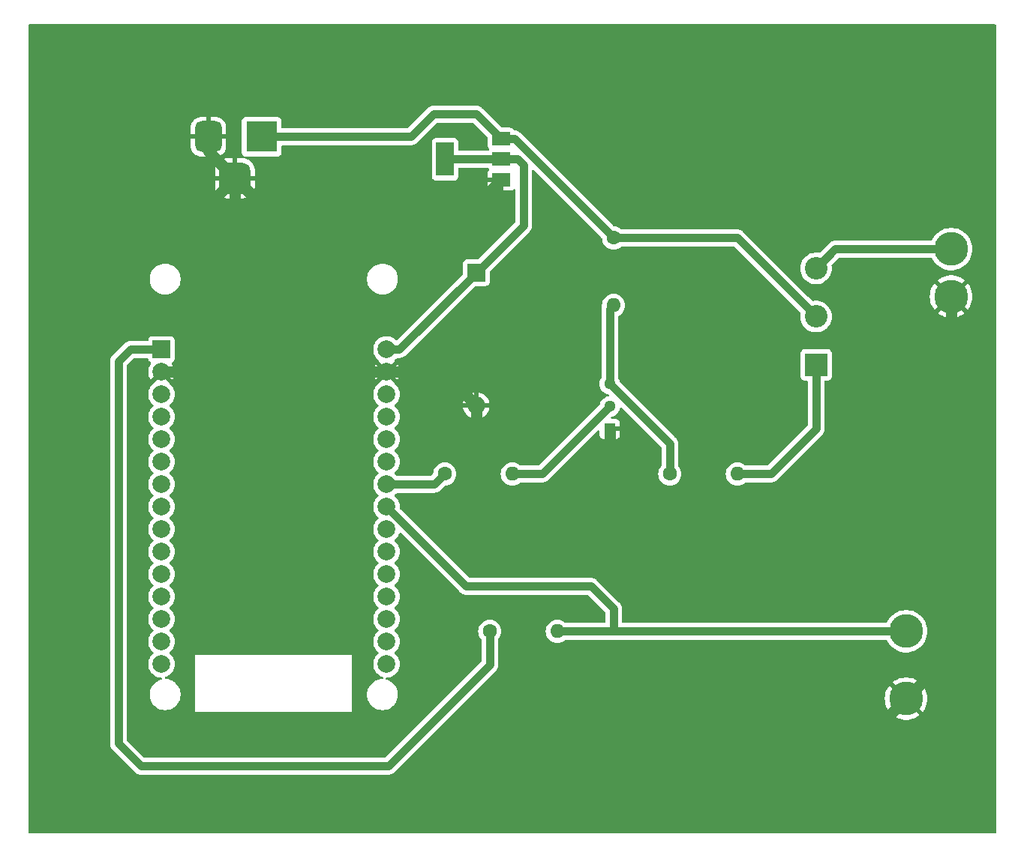
<source format=gbr>
%TF.GenerationSoftware,KiCad,Pcbnew,7.0.9*%
%TF.CreationDate,2023-11-29T01:17:11-05:00*%
%TF.ProjectId,Control Tempeture,436f6e74-726f-46c2-9054-656d70657475,rev?*%
%TF.SameCoordinates,Original*%
%TF.FileFunction,Copper,L1,Top*%
%TF.FilePolarity,Positive*%
%FSLAX46Y46*%
G04 Gerber Fmt 4.6, Leading zero omitted, Abs format (unit mm)*
G04 Created by KiCad (PCBNEW 7.0.9) date 2023-11-29 01:17:11*
%MOMM*%
%LPD*%
G01*
G04 APERTURE LIST*
G04 Aperture macros list*
%AMRoundRect*
0 Rectangle with rounded corners*
0 $1 Rounding radius*
0 $2 $3 $4 $5 $6 $7 $8 $9 X,Y pos of 4 corners*
0 Add a 4 corners polygon primitive as box body*
4,1,4,$2,$3,$4,$5,$6,$7,$8,$9,$2,$3,0*
0 Add four circle primitives for the rounded corners*
1,1,$1+$1,$2,$3*
1,1,$1+$1,$4,$5*
1,1,$1+$1,$6,$7*
1,1,$1+$1,$8,$9*
0 Add four rect primitives between the rounded corners*
20,1,$1+$1,$2,$3,$4,$5,0*
20,1,$1+$1,$4,$5,$6,$7,0*
20,1,$1+$1,$6,$7,$8,$9,0*
20,1,$1+$1,$8,$9,$2,$3,0*%
G04 Aperture macros list end*
%TA.AperFunction,ComponentPad*%
%ADD10R,2.000000X2.000000*%
%TD*%
%TA.AperFunction,ComponentPad*%
%ADD11O,2.000000X2.000000*%
%TD*%
%TA.AperFunction,ComponentPad*%
%ADD12C,2.000000*%
%TD*%
%TA.AperFunction,ComponentPad*%
%ADD13C,3.800000*%
%TD*%
%TA.AperFunction,ComponentPad*%
%ADD14C,1.600000*%
%TD*%
%TA.AperFunction,ComponentPad*%
%ADD15O,1.600000X1.600000*%
%TD*%
%TA.AperFunction,ComponentPad*%
%ADD16R,1.298000X1.298000*%
%TD*%
%TA.AperFunction,ComponentPad*%
%ADD17C,1.298000*%
%TD*%
%TA.AperFunction,ComponentPad*%
%ADD18R,2.550000X2.550000*%
%TD*%
%TA.AperFunction,ComponentPad*%
%ADD19C,2.550000*%
%TD*%
%TA.AperFunction,SMDPad,CuDef*%
%ADD20R,2.000000X1.500000*%
%TD*%
%TA.AperFunction,SMDPad,CuDef*%
%ADD21R,2.000000X3.800000*%
%TD*%
%TA.AperFunction,ComponentPad*%
%ADD22R,3.500000X3.500000*%
%TD*%
%TA.AperFunction,ComponentPad*%
%ADD23RoundRect,0.750000X-0.750000X-1.000000X0.750000X-1.000000X0.750000X1.000000X-0.750000X1.000000X0*%
%TD*%
%TA.AperFunction,ComponentPad*%
%ADD24RoundRect,0.875000X-0.875000X-0.875000X0.875000X-0.875000X0.875000X0.875000X-0.875000X0.875000X0*%
%TD*%
%TA.AperFunction,Conductor*%
%ADD25C,0.900000*%
%TD*%
%TA.AperFunction,Conductor*%
%ADD26C,1.300000*%
%TD*%
%TA.AperFunction,Conductor*%
%ADD27C,0.889000*%
%TD*%
G04 APERTURE END LIST*
D10*
%TO.P,C1,1*%
%TO.N,Net-(U1-VIN)*%
X98817500Y-61080000D03*
D11*
%TO.P,C1,2*%
%TO.N,GND*%
X98817500Y-76080000D03*
%TD*%
D10*
%TO.P,U1,1,3V3*%
%TO.N,Net-(U1-3V3)*%
X63285000Y-69760000D03*
D12*
%TO.P,U1,2,GND*%
%TO.N,GND*%
X63285000Y-72300000D03*
%TO.P,U1,3,D15*%
%TO.N,unconnected-(U1-D15-Pad3)*%
X63285000Y-74840000D03*
%TO.P,U1,4,D2*%
%TO.N,unconnected-(U1-D2-Pad4)*%
X63285000Y-77380000D03*
%TO.P,U1,5,D4*%
%TO.N,unconnected-(U1-D4-Pad5)*%
X63285000Y-79920000D03*
%TO.P,U1,6,RX2*%
%TO.N,unconnected-(U1-RX2-Pad6)*%
X63285000Y-82460000D03*
%TO.P,U1,7,TX2*%
%TO.N,unconnected-(U1-TX2-Pad7)*%
X63285000Y-85000000D03*
%TO.P,U1,8,D5*%
%TO.N,unconnected-(U1-D5-Pad8)*%
X63285000Y-87540000D03*
%TO.P,U1,9,D18*%
%TO.N,unconnected-(U1-D18-Pad9)*%
X63285000Y-90080000D03*
%TO.P,U1,10,D19*%
%TO.N,unconnected-(U1-D19-Pad10)*%
X63285000Y-92620000D03*
%TO.P,U1,11,D21*%
%TO.N,unconnected-(U1-D21-Pad11)*%
X63285000Y-95160000D03*
%TO.P,U1,12,RX0*%
%TO.N,unconnected-(U1-RX0-Pad12)*%
X63285000Y-97700000D03*
%TO.P,U1,13,TX0*%
%TO.N,unconnected-(U1-TX0-Pad13)*%
X63285000Y-100240000D03*
%TO.P,U1,14,D22*%
%TO.N,unconnected-(U1-D22-Pad14)*%
X63285000Y-102780000D03*
%TO.P,U1,15,D23*%
%TO.N,unconnected-(U1-D23-Pad15)*%
X63285000Y-105320000D03*
%TO.P,U1,16,EN*%
%TO.N,unconnected-(U1-EN-Pad16)*%
X88685000Y-105320000D03*
%TO.P,U1,17,VP*%
%TO.N,unconnected-(U1-VP-Pad17)*%
X88685000Y-102780000D03*
%TO.P,U1,18,VN*%
%TO.N,unconnected-(U1-VN-Pad18)*%
X88685000Y-100240000D03*
%TO.P,U1,19,D34*%
%TO.N,unconnected-(U1-D34-Pad19)*%
X88685000Y-97700000D03*
%TO.P,U1,20,D35*%
%TO.N,unconnected-(U1-D35-Pad20)*%
X88685000Y-95160000D03*
%TO.P,U1,21,D32*%
%TO.N,unconnected-(U1-D32-Pad21)*%
X88685000Y-92620000D03*
%TO.P,U1,22,D33*%
%TO.N,unconnected-(U1-D33-Pad22)*%
X88685000Y-90080000D03*
%TO.P,U1,23,D25*%
%TO.N,Net-(U1-D25)*%
X88685000Y-87540000D03*
%TO.P,U1,24,D26*%
%TO.N,Hot*%
X88685000Y-85000000D03*
%TO.P,U1,25,D27*%
%TO.N,unconnected-(U1-D27-Pad25)*%
X88685000Y-82460000D03*
%TO.P,U1,26,D14*%
%TO.N,unconnected-(U1-D14-Pad26)*%
X88685000Y-79920000D03*
%TO.P,U1,27,D12*%
%TO.N,unconnected-(U1-D12-Pad27)*%
X88685000Y-77380000D03*
%TO.P,U1,28,D13*%
%TO.N,unconnected-(U1-D13-Pad28)*%
X88685000Y-74840000D03*
%TO.P,U1,29,GND*%
%TO.N,GND*%
X88685000Y-72300000D03*
%TO.P,U1,30,VIN*%
%TO.N,Net-(U1-VIN)*%
X88685000Y-69760000D03*
%TD*%
D13*
%TO.P,H4,1,1*%
%TO.N,Net-(U1-D25)*%
X147320000Y-101600000D03*
%TD*%
D14*
%TO.P,R4,1*%
%TO.N,Net-(U1-3V3)*%
X100330000Y-101600000D03*
D15*
%TO.P,R4,2*%
%TO.N,Net-(U1-D25)*%
X107950000Y-101600000D03*
%TD*%
D14*
%TO.P,R2,1*%
%TO.N,Net-(Q1-Pad3)*%
X120650000Y-83820000D03*
D15*
%TO.P,R2,2*%
%TO.N,Net-(Q2-Pad1)*%
X128270000Y-83820000D03*
%TD*%
D13*
%TO.P,H3,1,1*%
%TO.N,GND*%
X147320000Y-109220000D03*
%TD*%
%TO.P,H1,1,1*%
%TO.N,Net-(H1-Pad1)*%
X152400000Y-58420000D03*
%TD*%
%TO.P,H2,1,1*%
%TO.N,GND*%
X152400000Y-63770000D03*
%TD*%
D14*
%TO.P,R1,1*%
%TO.N,Net-(U2-VI)*%
X114300000Y-57150000D03*
D15*
%TO.P,R1,2*%
%TO.N,Net-(Q1-Pad3)*%
X114300000Y-64770000D03*
%TD*%
D16*
%TO.P,Q1,1*%
%TO.N,GND*%
X113880000Y-78740000D03*
D17*
%TO.P,Q1,2*%
%TO.N,Net-(Q1-Pad2)*%
X113880000Y-76200000D03*
%TO.P,Q1,3*%
%TO.N,Net-(Q1-Pad3)*%
X113880000Y-73660000D03*
%TD*%
D18*
%TO.P,Q2,1*%
%TO.N,Net-(Q2-Pad1)*%
X137160000Y-71490000D03*
D19*
%TO.P,Q2,2*%
%TO.N,Net-(U2-VI)*%
X137160000Y-66040000D03*
%TO.P,Q2,3*%
%TO.N,Net-(H1-Pad1)*%
X137160000Y-60590000D03*
%TD*%
D14*
%TO.P,R3,1*%
%TO.N,Hot*%
X95250000Y-83820000D03*
D15*
%TO.P,R3,2*%
%TO.N,Net-(Q1-Pad2)*%
X102870000Y-83820000D03*
%TD*%
D20*
%TO.P,U2,1,ADJ*%
%TO.N,GND*%
X101600000Y-50560000D03*
%TO.P,U2,2,VO*%
%TO.N,Net-(U1-VIN)*%
X101600000Y-48260000D03*
D21*
X95300000Y-48260000D03*
D20*
%TO.P,U2,3,VI*%
%TO.N,Net-(U2-VI)*%
X101600000Y-45960000D03*
%TD*%
D22*
%TO.P,J1,1*%
%TO.N,Net-(U2-VI)*%
X74580000Y-45720000D03*
D23*
%TO.P,J1,2*%
%TO.N,GND*%
X68580000Y-45720000D03*
D24*
%TO.P,J1,3*%
X71580000Y-50420000D03*
%TD*%
D25*
%TO.N,Net-(U1-VIN)*%
X88685000Y-69760000D02*
X90137500Y-69760000D01*
X104140000Y-48900000D02*
X104140000Y-55757500D01*
X103500000Y-48260000D02*
X104140000Y-48900000D01*
X104140000Y-55757500D02*
X98817500Y-61080000D01*
X101600000Y-48260000D02*
X103500000Y-48260000D01*
X90137500Y-69760000D02*
X98817500Y-61080000D01*
X95300000Y-48260000D02*
X101600000Y-48260000D01*
D26*
%TO.N,GND*%
X116840000Y-83649000D02*
X116840000Y-91440000D01*
X113880000Y-78740000D02*
X113880000Y-80689000D01*
X113880000Y-84240000D02*
X113880000Y-80689000D01*
X68580000Y-47420000D02*
X71580000Y-50420000D01*
X101600000Y-88900000D02*
X109220000Y-88900000D01*
X74500000Y-53340000D02*
X71580000Y-50420000D01*
X113880000Y-80689000D02*
X116840000Y-83649000D01*
X101030090Y-88330090D02*
X101600000Y-88900000D01*
X98817500Y-76080000D02*
X98817500Y-84147410D01*
X68580000Y-45720000D02*
X68580000Y-47420000D01*
X101030090Y-86360000D02*
X101030090Y-88330090D01*
X152400000Y-63770000D02*
X152400000Y-93980000D01*
X101600000Y-50560000D02*
X98820000Y-53340000D01*
X78460787Y-72300000D02*
X71580000Y-65419213D01*
X88685000Y-72300000D02*
X95037500Y-72300000D01*
X55880000Y-119380000D02*
X137160000Y-119380000D01*
X152400000Y-104140000D02*
X147320000Y-109220000D01*
X116840000Y-91440000D02*
X119380000Y-93980000D01*
X137160000Y-119380000D02*
X147320000Y-109220000D01*
X119380000Y-93980000D02*
X152400000Y-93980000D01*
X71580000Y-65419213D02*
X64699213Y-72300000D01*
X53340000Y-68660000D02*
X71580000Y-50420000D01*
X98817500Y-84147410D02*
X101030090Y-86360000D01*
X88685000Y-72300000D02*
X78460787Y-72300000D01*
X95037500Y-72300000D02*
X98817500Y-76080000D01*
X55880000Y-119380000D02*
X53340000Y-116840000D01*
X98820000Y-53340000D02*
X74500000Y-53340000D01*
X64699213Y-72300000D02*
X63285000Y-72300000D01*
X53340000Y-116840000D02*
X53340000Y-68660000D01*
X109220000Y-88900000D02*
X113880000Y-84240000D01*
X152400000Y-93980000D02*
X152400000Y-104140000D01*
X71580000Y-50420000D02*
X71580000Y-65419213D01*
D25*
%TO.N,Net-(H1-Pad1)*%
X137160000Y-60590000D02*
X139330000Y-58420000D01*
X139330000Y-58420000D02*
X152400000Y-58420000D01*
%TO.N,Net-(U2-VI)*%
X103110000Y-45960000D02*
X114300000Y-57150000D01*
X98820000Y-43180000D02*
X101600000Y-45960000D01*
X128270000Y-57150000D02*
X137160000Y-66040000D01*
X93980000Y-43180000D02*
X98820000Y-43180000D01*
X114300000Y-57150000D02*
X128270000Y-57150000D01*
X74580000Y-45720000D02*
X91440000Y-45720000D01*
X91440000Y-45720000D02*
X93980000Y-43180000D01*
X101600000Y-45960000D02*
X103110000Y-45960000D01*
%TO.N,Net-(Q1-Pad2)*%
X102870000Y-83820000D02*
X106260000Y-83820000D01*
X106260000Y-83820000D02*
X113880000Y-76200000D01*
%TO.N,Net-(Q1-Pad3)*%
X113880000Y-65190000D02*
X114300000Y-64770000D01*
X113880000Y-73660000D02*
X120650000Y-80430000D01*
X120650000Y-80430000D02*
X120650000Y-83820000D01*
X113880000Y-73660000D02*
X113880000Y-65190000D01*
%TO.N,Net-(Q2-Pad1)*%
X132080000Y-83820000D02*
X137160000Y-78740000D01*
X137160000Y-78740000D02*
X137160000Y-71490000D01*
X128270000Y-83820000D02*
X132080000Y-83820000D01*
D27*
%TO.N,Hot*%
X94070000Y-85000000D02*
X95250000Y-83820000D01*
X88685000Y-85000000D02*
X94070000Y-85000000D01*
D25*
%TO.N,Net-(U1-3V3)*%
X60960000Y-116840000D02*
X88900000Y-116840000D01*
X58420000Y-71120000D02*
X58420000Y-114300000D01*
X100330000Y-105410000D02*
X100330000Y-101600000D01*
X63285000Y-69760000D02*
X59780000Y-69760000D01*
X58420000Y-114300000D02*
X60960000Y-116840000D01*
X59780000Y-69760000D02*
X58420000Y-71120000D01*
X88900000Y-116840000D02*
X100330000Y-105410000D01*
%TO.N,Net-(U1-D25)*%
X88685000Y-87540000D02*
X97665000Y-96520000D01*
X114300000Y-99060000D02*
X114300000Y-101600000D01*
X97665000Y-96520000D02*
X111760000Y-96520000D01*
X114300000Y-101600000D02*
X147320000Y-101600000D01*
X107950000Y-101600000D02*
X114300000Y-101600000D01*
X111760000Y-96520000D02*
X114300000Y-99060000D01*
%TD*%
%TA.AperFunction,Conductor*%
%TO.N,GND*%
G36*
X157422539Y-33040185D02*
G01*
X157468294Y-33092989D01*
X157479500Y-33144500D01*
X157479500Y-124335500D01*
X157459815Y-124402539D01*
X157407011Y-124448294D01*
X157355500Y-124459500D01*
X48384500Y-124459500D01*
X48317461Y-124439815D01*
X48271706Y-124387011D01*
X48260500Y-124335500D01*
X48260500Y-71144201D01*
X57464904Y-71144201D01*
X57466804Y-71159120D01*
X57469003Y-71176385D01*
X57469500Y-71184214D01*
X57469500Y-114287937D01*
X57467355Y-114372545D01*
X57467355Y-114372546D01*
X57477615Y-114429787D01*
X57478269Y-114434452D01*
X57484154Y-114492318D01*
X57484156Y-114492326D01*
X57493865Y-114523269D01*
X57495737Y-114530898D01*
X57501460Y-114562828D01*
X57501461Y-114562830D01*
X57523032Y-114616833D01*
X57524613Y-114621272D01*
X57542025Y-114676768D01*
X57557765Y-114705125D01*
X57561135Y-114712221D01*
X57573168Y-114742343D01*
X57573170Y-114742348D01*
X57573172Y-114742351D01*
X57573173Y-114742353D01*
X57605174Y-114790908D01*
X57607605Y-114794920D01*
X57635841Y-114845791D01*
X57656972Y-114870406D01*
X57661703Y-114876680D01*
X57679547Y-114903757D01*
X57720667Y-114944877D01*
X57723870Y-114948333D01*
X57743814Y-114971564D01*
X57761760Y-114992468D01*
X57761764Y-114992471D01*
X57761765Y-114992472D01*
X57787407Y-115012320D01*
X57793303Y-115017513D01*
X60279372Y-117503582D01*
X60337673Y-117564916D01*
X60385418Y-117598148D01*
X60389181Y-117600986D01*
X60434243Y-117637730D01*
X60434246Y-117637731D01*
X60434249Y-117637734D01*
X60462299Y-117652386D01*
X60462998Y-117652751D01*
X60469716Y-117656821D01*
X60496342Y-117675353D01*
X60549808Y-117698296D01*
X60554049Y-117700310D01*
X60605594Y-117727236D01*
X60636788Y-117736161D01*
X60644157Y-117738785D01*
X60673988Y-117751587D01*
X60730986Y-117763299D01*
X60735525Y-117764413D01*
X60791448Y-117780416D01*
X60791453Y-117780416D01*
X60791455Y-117780417D01*
X60806321Y-117781548D01*
X60823786Y-117782878D01*
X60831563Y-117783969D01*
X60863341Y-117790500D01*
X60863344Y-117790500D01*
X60921516Y-117790500D01*
X60926222Y-117790678D01*
X60952029Y-117792644D01*
X60984202Y-117795094D01*
X60984202Y-117795093D01*
X60984203Y-117795094D01*
X61016378Y-117790996D01*
X61024208Y-117790500D01*
X88887937Y-117790500D01*
X88972539Y-117792644D01*
X88972539Y-117792643D01*
X88972546Y-117792644D01*
X89029818Y-117782378D01*
X89034432Y-117781731D01*
X89092321Y-117775845D01*
X89123286Y-117766128D01*
X89130886Y-117764263D01*
X89162828Y-117758539D01*
X89216830Y-117736967D01*
X89221267Y-117735387D01*
X89225957Y-117733915D01*
X89276768Y-117717974D01*
X89305134Y-117702228D01*
X89312214Y-117698866D01*
X89342348Y-117686830D01*
X89390917Y-117654818D01*
X89394926Y-117652389D01*
X89445791Y-117624159D01*
X89470408Y-117603023D01*
X89476672Y-117598301D01*
X89503759Y-117580451D01*
X89544906Y-117539302D01*
X89548325Y-117536134D01*
X89592468Y-117498240D01*
X89612328Y-117472581D01*
X89617499Y-117466709D01*
X97864204Y-109220005D01*
X144915255Y-109220005D01*
X144934215Y-109521383D01*
X144934216Y-109521390D01*
X144990805Y-109818040D01*
X145084125Y-110105247D01*
X145084127Y-110105252D01*
X145212704Y-110378491D01*
X145212707Y-110378497D01*
X145374513Y-110633464D01*
X145455312Y-110731133D01*
X146384211Y-109802235D01*
X146484894Y-109943624D01*
X146636932Y-110088592D01*
X146739222Y-110154329D01*
X145806564Y-111086986D01*
X146031474Y-111250393D01*
X146031485Y-111250400D01*
X146296109Y-111395878D01*
X146296117Y-111395882D01*
X146576889Y-111507047D01*
X146576892Y-111507048D01*
X146869399Y-111582150D01*
X147168995Y-111619999D01*
X147169007Y-111620000D01*
X147470993Y-111620000D01*
X147471004Y-111619999D01*
X147770600Y-111582150D01*
X148063107Y-111507048D01*
X148063110Y-111507047D01*
X148343882Y-111395882D01*
X148343890Y-111395878D01*
X148608514Y-111250400D01*
X148608525Y-111250393D01*
X148833433Y-111086986D01*
X148833434Y-111086986D01*
X147903306Y-110156859D01*
X147917410Y-110149589D01*
X148082540Y-110019729D01*
X148220110Y-109860965D01*
X148254665Y-109801112D01*
X149184686Y-110731133D01*
X149265483Y-110633469D01*
X149427292Y-110378497D01*
X149427295Y-110378491D01*
X149555872Y-110105252D01*
X149555874Y-110105247D01*
X149649194Y-109818040D01*
X149705783Y-109521390D01*
X149705784Y-109521383D01*
X149724745Y-109220005D01*
X149724745Y-109219994D01*
X149705784Y-108918616D01*
X149705783Y-108918609D01*
X149649194Y-108621959D01*
X149555874Y-108334752D01*
X149555872Y-108334747D01*
X149427295Y-108061508D01*
X149427292Y-108061502D01*
X149265486Y-107806535D01*
X149184685Y-107708864D01*
X148255787Y-108637763D01*
X148155106Y-108496376D01*
X148003068Y-108351408D01*
X147900777Y-108285669D01*
X148833434Y-107353012D01*
X148608530Y-107189609D01*
X148608520Y-107189602D01*
X148343890Y-107044121D01*
X148343882Y-107044117D01*
X148063110Y-106932952D01*
X148063107Y-106932951D01*
X147770600Y-106857849D01*
X147471004Y-106820000D01*
X147168995Y-106820000D01*
X146869399Y-106857849D01*
X146576892Y-106932951D01*
X146576889Y-106932952D01*
X146296117Y-107044117D01*
X146296109Y-107044121D01*
X146031479Y-107189602D01*
X146031461Y-107189614D01*
X145806565Y-107353010D01*
X145806564Y-107353012D01*
X146736693Y-108283140D01*
X146722590Y-108290411D01*
X146557460Y-108420271D01*
X146419890Y-108579035D01*
X146385334Y-108638886D01*
X145455312Y-107708864D01*
X145374516Y-107806530D01*
X145212707Y-108061502D01*
X145212704Y-108061508D01*
X145084127Y-108334747D01*
X145084125Y-108334752D01*
X144990805Y-108621959D01*
X144934216Y-108918609D01*
X144934215Y-108918616D01*
X144915255Y-109219994D01*
X144915255Y-109220005D01*
X97864204Y-109220005D01*
X100993582Y-106090627D01*
X101054919Y-106032323D01*
X101088161Y-105984562D01*
X101090962Y-105980846D01*
X101127734Y-105935751D01*
X101142758Y-105906986D01*
X101146819Y-105900283D01*
X101165353Y-105873658D01*
X101188304Y-105820173D01*
X101190295Y-105815981D01*
X101217237Y-105764406D01*
X101226163Y-105733209D01*
X101228788Y-105725834D01*
X101241587Y-105696012D01*
X101253299Y-105639012D01*
X101254412Y-105634484D01*
X101270417Y-105578552D01*
X101272880Y-105546195D01*
X101273967Y-105538437D01*
X101280500Y-105506656D01*
X101280500Y-105448496D01*
X101280679Y-105443787D01*
X101285095Y-105385797D01*
X101280996Y-105353615D01*
X101280500Y-105345784D01*
X101280500Y-102540048D01*
X101300185Y-102473009D01*
X101316816Y-102452369D01*
X101330047Y-102439139D01*
X101460568Y-102252734D01*
X101556739Y-102046496D01*
X101615635Y-101826692D01*
X101635468Y-101600000D01*
X101635467Y-101599994D01*
X101615635Y-101373313D01*
X101615635Y-101373308D01*
X101556739Y-101153504D01*
X101460568Y-100947266D01*
X101330047Y-100760861D01*
X101330045Y-100760858D01*
X101169141Y-100599954D01*
X100982734Y-100469432D01*
X100982732Y-100469431D01*
X100776497Y-100373261D01*
X100776488Y-100373258D01*
X100556697Y-100314366D01*
X100556693Y-100314365D01*
X100556692Y-100314365D01*
X100556691Y-100314364D01*
X100556686Y-100314364D01*
X100330002Y-100294532D01*
X100329998Y-100294532D01*
X100103313Y-100314364D01*
X100103302Y-100314366D01*
X99883511Y-100373258D01*
X99883502Y-100373261D01*
X99677267Y-100469431D01*
X99677265Y-100469432D01*
X99490858Y-100599954D01*
X99329954Y-100760858D01*
X99199432Y-100947265D01*
X99199431Y-100947267D01*
X99103261Y-101153502D01*
X99103258Y-101153511D01*
X99044366Y-101373302D01*
X99044364Y-101373313D01*
X99024532Y-101599998D01*
X99024532Y-101600001D01*
X99044364Y-101826686D01*
X99044366Y-101826697D01*
X99103258Y-102046488D01*
X99103261Y-102046497D01*
X99199431Y-102252732D01*
X99199432Y-102252734D01*
X99329951Y-102439137D01*
X99329952Y-102439138D01*
X99329953Y-102439139D01*
X99343180Y-102452366D01*
X99376665Y-102513686D01*
X99379500Y-102540048D01*
X99379500Y-104964928D01*
X99359815Y-105031967D01*
X99343181Y-105052609D01*
X88542609Y-115853181D01*
X88481286Y-115886666D01*
X88454928Y-115889500D01*
X61405072Y-115889500D01*
X61338033Y-115869815D01*
X61317391Y-115853181D01*
X59406819Y-113942609D01*
X59373334Y-113881286D01*
X59370500Y-113854928D01*
X59370500Y-71565072D01*
X59390185Y-71498033D01*
X59406819Y-71477391D01*
X60137391Y-70746819D01*
X60198714Y-70713334D01*
X60225072Y-70710500D01*
X61662649Y-70710500D01*
X61729688Y-70730185D01*
X61775443Y-70782989D01*
X61785939Y-70821248D01*
X61790908Y-70867483D01*
X61841202Y-71002328D01*
X61841206Y-71002335D01*
X61927452Y-71117544D01*
X61927455Y-71117547D01*
X62042663Y-71203793D01*
X62047799Y-71206597D01*
X62097205Y-71256002D01*
X62112057Y-71324275D01*
X62092182Y-71383251D01*
X61961267Y-71583632D01*
X61861412Y-71811282D01*
X61800387Y-72052261D01*
X61800385Y-72052270D01*
X61779859Y-72299994D01*
X61779859Y-72300005D01*
X61800385Y-72547729D01*
X61800387Y-72547738D01*
X61861412Y-72788717D01*
X61961266Y-73016364D01*
X62061564Y-73169882D01*
X62793866Y-72437579D01*
X62816318Y-72514040D01*
X62895605Y-72637413D01*
X63006438Y-72733451D01*
X63139839Y-72794373D01*
X63143634Y-72794918D01*
X62414942Y-73523609D01*
X62416343Y-73546177D01*
X62400850Y-73614307D01*
X62368744Y-73651713D01*
X62265258Y-73732260D01*
X62096833Y-73915217D01*
X61960826Y-74123393D01*
X61860936Y-74351118D01*
X61799892Y-74592175D01*
X61799890Y-74592187D01*
X61779357Y-74839994D01*
X61779357Y-74840005D01*
X61799890Y-75087812D01*
X61799892Y-75087824D01*
X61860936Y-75328881D01*
X61960826Y-75556606D01*
X62096833Y-75764782D01*
X62096836Y-75764785D01*
X62265256Y-75947738D01*
X62348008Y-76012147D01*
X62388821Y-76068857D01*
X62392496Y-76138630D01*
X62357864Y-76199313D01*
X62348014Y-76207848D01*
X62289400Y-76253469D01*
X62265257Y-76272261D01*
X62096833Y-76455217D01*
X61960826Y-76663393D01*
X61860936Y-76891118D01*
X61799892Y-77132175D01*
X61799890Y-77132187D01*
X61779357Y-77379994D01*
X61779357Y-77380005D01*
X61799890Y-77627812D01*
X61799892Y-77627824D01*
X61860936Y-77868881D01*
X61960826Y-78096606D01*
X62096833Y-78304782D01*
X62096836Y-78304785D01*
X62265256Y-78487738D01*
X62348008Y-78552147D01*
X62388821Y-78608857D01*
X62392496Y-78678630D01*
X62357864Y-78739313D01*
X62348014Y-78747848D01*
X62314689Y-78773787D01*
X62265257Y-78812261D01*
X62096833Y-78995217D01*
X61960826Y-79203393D01*
X61860936Y-79431118D01*
X61799892Y-79672175D01*
X61799890Y-79672187D01*
X61779357Y-79919994D01*
X61779357Y-79920005D01*
X61799890Y-80167812D01*
X61799892Y-80167824D01*
X61860936Y-80408881D01*
X61960826Y-80636606D01*
X62096833Y-80844782D01*
X62096836Y-80844785D01*
X62265256Y-81027738D01*
X62348008Y-81092147D01*
X62388821Y-81148857D01*
X62392496Y-81218630D01*
X62357864Y-81279313D01*
X62348014Y-81287848D01*
X62289400Y-81333469D01*
X62265257Y-81352261D01*
X62096833Y-81535217D01*
X61960826Y-81743393D01*
X61860936Y-81971118D01*
X61799892Y-82212175D01*
X61799890Y-82212187D01*
X61779357Y-82459994D01*
X61779357Y-82460005D01*
X61799890Y-82707812D01*
X61799892Y-82707824D01*
X61860936Y-82948881D01*
X61960826Y-83176606D01*
X62096833Y-83384782D01*
X62096836Y-83384785D01*
X62265256Y-83567738D01*
X62348008Y-83632147D01*
X62388821Y-83688857D01*
X62392496Y-83758630D01*
X62357864Y-83819313D01*
X62348014Y-83827848D01*
X62289400Y-83873469D01*
X62265257Y-83892261D01*
X62096833Y-84075217D01*
X61960826Y-84283393D01*
X61860936Y-84511118D01*
X61799892Y-84752175D01*
X61799890Y-84752187D01*
X61779357Y-84999994D01*
X61779357Y-85000005D01*
X61799890Y-85247812D01*
X61799892Y-85247824D01*
X61860936Y-85488881D01*
X61960826Y-85716606D01*
X62096833Y-85924782D01*
X62107413Y-85936275D01*
X62265256Y-86107738D01*
X62348008Y-86172147D01*
X62388821Y-86228857D01*
X62392496Y-86298630D01*
X62357864Y-86359313D01*
X62348014Y-86367848D01*
X62289400Y-86413469D01*
X62265257Y-86432261D01*
X62096833Y-86615217D01*
X61960826Y-86823393D01*
X61860936Y-87051118D01*
X61799892Y-87292175D01*
X61799890Y-87292187D01*
X61779357Y-87539994D01*
X61779357Y-87540005D01*
X61799890Y-87787812D01*
X61799892Y-87787824D01*
X61860936Y-88028881D01*
X61960826Y-88256606D01*
X62096833Y-88464782D01*
X62096836Y-88464785D01*
X62265256Y-88647738D01*
X62348008Y-88712147D01*
X62388821Y-88768857D01*
X62392496Y-88838630D01*
X62357864Y-88899313D01*
X62348014Y-88907848D01*
X62289400Y-88953469D01*
X62265257Y-88972261D01*
X62096833Y-89155217D01*
X61960826Y-89363393D01*
X61860936Y-89591118D01*
X61799892Y-89832175D01*
X61799890Y-89832187D01*
X61779357Y-90079994D01*
X61779357Y-90080005D01*
X61799890Y-90327812D01*
X61799892Y-90327824D01*
X61860936Y-90568881D01*
X61960826Y-90796606D01*
X62096833Y-91004782D01*
X62096836Y-91004785D01*
X62265256Y-91187738D01*
X62348008Y-91252147D01*
X62388821Y-91308857D01*
X62392496Y-91378630D01*
X62357864Y-91439313D01*
X62348014Y-91447848D01*
X62289400Y-91493469D01*
X62265257Y-91512261D01*
X62096833Y-91695217D01*
X61960826Y-91903393D01*
X61860936Y-92131118D01*
X61799892Y-92372175D01*
X61799890Y-92372187D01*
X61779357Y-92619994D01*
X61779357Y-92620005D01*
X61799890Y-92867812D01*
X61799892Y-92867824D01*
X61860936Y-93108881D01*
X61960826Y-93336606D01*
X62096833Y-93544782D01*
X62096836Y-93544785D01*
X62265256Y-93727738D01*
X62348008Y-93792147D01*
X62388821Y-93848857D01*
X62392496Y-93918630D01*
X62357864Y-93979313D01*
X62348014Y-93987848D01*
X62289400Y-94033469D01*
X62265257Y-94052261D01*
X62096833Y-94235217D01*
X61960826Y-94443393D01*
X61860936Y-94671118D01*
X61799892Y-94912175D01*
X61799890Y-94912187D01*
X61779357Y-95159994D01*
X61779357Y-95160005D01*
X61799890Y-95407812D01*
X61799892Y-95407824D01*
X61860936Y-95648881D01*
X61960826Y-95876606D01*
X62096833Y-96084782D01*
X62096836Y-96084785D01*
X62265256Y-96267738D01*
X62348008Y-96332147D01*
X62388821Y-96388857D01*
X62392496Y-96458630D01*
X62357864Y-96519313D01*
X62348014Y-96527848D01*
X62289400Y-96573469D01*
X62265257Y-96592261D01*
X62096833Y-96775217D01*
X61960826Y-96983393D01*
X61860936Y-97211118D01*
X61799892Y-97452175D01*
X61799890Y-97452187D01*
X61779357Y-97699994D01*
X61779357Y-97700005D01*
X61799890Y-97947812D01*
X61799892Y-97947824D01*
X61860936Y-98188881D01*
X61960826Y-98416606D01*
X62096833Y-98624782D01*
X62096836Y-98624785D01*
X62265256Y-98807738D01*
X62348008Y-98872147D01*
X62388821Y-98928857D01*
X62392496Y-98998630D01*
X62357864Y-99059313D01*
X62348014Y-99067848D01*
X62289400Y-99113469D01*
X62265257Y-99132261D01*
X62096833Y-99315217D01*
X61960826Y-99523393D01*
X61860936Y-99751118D01*
X61799892Y-99992175D01*
X61799890Y-99992187D01*
X61779357Y-100239994D01*
X61779357Y-100240005D01*
X61799890Y-100487812D01*
X61799892Y-100487824D01*
X61860936Y-100728881D01*
X61960826Y-100956606D01*
X62096833Y-101164782D01*
X62096836Y-101164785D01*
X62265256Y-101347738D01*
X62348008Y-101412147D01*
X62388821Y-101468857D01*
X62392496Y-101538630D01*
X62357864Y-101599313D01*
X62348014Y-101607848D01*
X62289400Y-101653469D01*
X62265257Y-101672261D01*
X62096833Y-101855217D01*
X61960826Y-102063393D01*
X61860936Y-102291118D01*
X61799892Y-102532175D01*
X61799890Y-102532187D01*
X61779357Y-102779994D01*
X61779357Y-102780005D01*
X61799890Y-103027812D01*
X61799892Y-103027824D01*
X61860936Y-103268881D01*
X61960826Y-103496606D01*
X62096833Y-103704782D01*
X62096836Y-103704785D01*
X62265256Y-103887738D01*
X62348008Y-103952147D01*
X62388821Y-104008857D01*
X62392496Y-104078630D01*
X62357864Y-104139313D01*
X62348014Y-104147848D01*
X62289400Y-104193469D01*
X62265257Y-104212261D01*
X62096833Y-104395217D01*
X61960826Y-104603393D01*
X61860936Y-104831118D01*
X61799892Y-105072175D01*
X61799890Y-105072187D01*
X61779357Y-105319994D01*
X61779357Y-105320005D01*
X61799890Y-105567812D01*
X61799892Y-105567824D01*
X61860936Y-105808881D01*
X61960826Y-106036606D01*
X62096833Y-106244782D01*
X62096836Y-106244785D01*
X62265256Y-106427738D01*
X62461491Y-106580474D01*
X62680190Y-106698828D01*
X62915386Y-106779571D01*
X63160665Y-106820500D01*
X63191487Y-106820500D01*
X63258526Y-106840185D01*
X63304281Y-106892989D01*
X63314225Y-106962147D01*
X63285200Y-107025703D01*
X63226422Y-107063477D01*
X63219079Y-107065391D01*
X63187597Y-107072576D01*
X63187578Y-107072582D01*
X62943356Y-107168432D01*
X62716143Y-107299614D01*
X62511014Y-107463198D01*
X62332567Y-107655520D01*
X62184768Y-107872302D01*
X62184767Y-107872303D01*
X62070938Y-108108673D01*
X61993606Y-108359376D01*
X61993605Y-108359381D01*
X61993604Y-108359385D01*
X61984427Y-108420271D01*
X61954500Y-108618812D01*
X61954500Y-108881187D01*
X61974794Y-109015823D01*
X61993604Y-109140615D01*
X61993605Y-109140617D01*
X61993606Y-109140623D01*
X62070938Y-109391326D01*
X62184767Y-109627696D01*
X62184768Y-109627697D01*
X62184770Y-109627700D01*
X62184772Y-109627704D01*
X62283494Y-109772502D01*
X62332567Y-109844479D01*
X62511014Y-110036801D01*
X62511018Y-110036804D01*
X62511019Y-110036805D01*
X62716143Y-110200386D01*
X62943357Y-110331568D01*
X63187584Y-110427420D01*
X63443370Y-110485802D01*
X63443376Y-110485802D01*
X63443379Y-110485803D01*
X63639500Y-110500500D01*
X63639506Y-110500500D01*
X63770500Y-110500500D01*
X63966620Y-110485803D01*
X63966622Y-110485802D01*
X63966630Y-110485802D01*
X64222416Y-110427420D01*
X64466643Y-110331568D01*
X64693857Y-110200386D01*
X64898981Y-110036805D01*
X65077433Y-109844479D01*
X65225228Y-109627704D01*
X65339063Y-109391323D01*
X65416396Y-109140615D01*
X65455500Y-108881182D01*
X65455500Y-108618818D01*
X65416396Y-108359385D01*
X65339063Y-108108677D01*
X65316345Y-108061502D01*
X65225232Y-107872303D01*
X65225231Y-107872302D01*
X65225230Y-107872301D01*
X65225228Y-107872296D01*
X65077433Y-107655521D01*
X65067441Y-107644753D01*
X64898985Y-107463198D01*
X64859533Y-107431736D01*
X64693857Y-107299614D01*
X64466643Y-107168432D01*
X64222416Y-107072580D01*
X64222411Y-107072578D01*
X64222402Y-107072576D01*
X64004818Y-107022914D01*
X63966630Y-107014198D01*
X63966629Y-107014197D01*
X63966625Y-107014197D01*
X63966620Y-107014196D01*
X63770500Y-106999500D01*
X63770494Y-106999500D01*
X63757075Y-106999500D01*
X63690036Y-106979815D01*
X63644281Y-106927011D01*
X63634337Y-106857853D01*
X63663362Y-106794297D01*
X63716812Y-106758219D01*
X63795976Y-106731040D01*
X63889810Y-106698828D01*
X64108509Y-106580474D01*
X64304744Y-106427738D01*
X64473164Y-106244785D01*
X64609173Y-106036607D01*
X64709063Y-105808881D01*
X64770108Y-105567821D01*
X64771899Y-105546210D01*
X64790643Y-105320005D01*
X64790643Y-105319994D01*
X64770109Y-105072187D01*
X64770107Y-105072175D01*
X64709063Y-104831118D01*
X64609173Y-104603393D01*
X64473166Y-104395217D01*
X64451557Y-104371744D01*
X64348690Y-104260000D01*
X67075000Y-104260000D01*
X67075000Y-110750000D01*
X84765000Y-110750000D01*
X84765000Y-104260000D01*
X67075000Y-104260000D01*
X64348690Y-104260000D01*
X64304744Y-104212262D01*
X64221991Y-104147852D01*
X64181179Y-104091143D01*
X64177504Y-104021370D01*
X64212136Y-103960687D01*
X64221985Y-103952151D01*
X64304744Y-103887738D01*
X64473164Y-103704785D01*
X64609173Y-103496607D01*
X64709063Y-103268881D01*
X64770108Y-103027821D01*
X64770109Y-103027812D01*
X64790643Y-102780005D01*
X64790643Y-102779994D01*
X64770109Y-102532187D01*
X64770107Y-102532175D01*
X64709063Y-102291118D01*
X64609173Y-102063393D01*
X64473166Y-101855217D01*
X64446901Y-101826686D01*
X64304744Y-101672262D01*
X64221991Y-101607852D01*
X64181179Y-101551143D01*
X64177504Y-101481370D01*
X64212136Y-101420687D01*
X64221985Y-101412151D01*
X64304744Y-101347738D01*
X64473164Y-101164785D01*
X64609173Y-100956607D01*
X64709063Y-100728881D01*
X64770108Y-100487821D01*
X64773966Y-100441261D01*
X64790643Y-100240005D01*
X64790643Y-100239994D01*
X64770109Y-99992187D01*
X64770107Y-99992175D01*
X64709063Y-99751118D01*
X64609173Y-99523393D01*
X64473166Y-99315217D01*
X64451557Y-99291744D01*
X64304744Y-99132262D01*
X64221991Y-99067852D01*
X64181179Y-99011143D01*
X64177504Y-98941370D01*
X64212136Y-98880687D01*
X64221985Y-98872151D01*
X64304744Y-98807738D01*
X64473164Y-98624785D01*
X64609173Y-98416607D01*
X64709063Y-98188881D01*
X64770108Y-97947821D01*
X64790643Y-97700000D01*
X64773257Y-97490185D01*
X64770109Y-97452187D01*
X64770107Y-97452175D01*
X64709063Y-97211118D01*
X64609173Y-96983393D01*
X64473166Y-96775217D01*
X64451557Y-96751744D01*
X64304744Y-96592262D01*
X64221991Y-96527852D01*
X64181179Y-96471143D01*
X64177504Y-96401370D01*
X64212136Y-96340687D01*
X64221985Y-96332151D01*
X64304744Y-96267738D01*
X64473164Y-96084785D01*
X64609173Y-95876607D01*
X64709063Y-95648881D01*
X64770108Y-95407821D01*
X64790643Y-95160000D01*
X64770108Y-94912179D01*
X64709063Y-94671119D01*
X64609173Y-94443393D01*
X64473166Y-94235217D01*
X64451557Y-94211744D01*
X64304744Y-94052262D01*
X64221991Y-93987852D01*
X64181179Y-93931143D01*
X64177504Y-93861370D01*
X64212136Y-93800687D01*
X64221985Y-93792151D01*
X64304744Y-93727738D01*
X64473164Y-93544785D01*
X64609173Y-93336607D01*
X64709063Y-93108881D01*
X64770108Y-92867821D01*
X64790643Y-92620000D01*
X64770108Y-92372179D01*
X64709063Y-92131119D01*
X64609173Y-91903393D01*
X64473166Y-91695217D01*
X64451557Y-91671744D01*
X64304744Y-91512262D01*
X64221991Y-91447852D01*
X64181179Y-91391143D01*
X64177504Y-91321370D01*
X64212136Y-91260687D01*
X64221985Y-91252151D01*
X64304744Y-91187738D01*
X64473164Y-91004785D01*
X64609173Y-90796607D01*
X64709063Y-90568881D01*
X64770108Y-90327821D01*
X64790643Y-90080000D01*
X64770108Y-89832179D01*
X64709063Y-89591119D01*
X64609173Y-89363393D01*
X64473166Y-89155217D01*
X64451557Y-89131744D01*
X64304744Y-88972262D01*
X64221991Y-88907852D01*
X64181179Y-88851143D01*
X64177504Y-88781370D01*
X64212136Y-88720687D01*
X64221985Y-88712151D01*
X64304744Y-88647738D01*
X64473164Y-88464785D01*
X64609173Y-88256607D01*
X64709063Y-88028881D01*
X64770108Y-87787821D01*
X64770109Y-87787812D01*
X64790643Y-87540005D01*
X64790643Y-87539994D01*
X64770109Y-87292187D01*
X64770107Y-87292175D01*
X64709063Y-87051118D01*
X64609173Y-86823393D01*
X64473166Y-86615217D01*
X64451557Y-86591744D01*
X64304744Y-86432262D01*
X64221991Y-86367852D01*
X64181179Y-86311143D01*
X64177504Y-86241370D01*
X64212136Y-86180687D01*
X64221985Y-86172151D01*
X64304744Y-86107738D01*
X64473164Y-85924785D01*
X64609173Y-85716607D01*
X64709063Y-85488881D01*
X64770108Y-85247821D01*
X64777848Y-85154412D01*
X64790643Y-85000005D01*
X64790643Y-84999994D01*
X64770109Y-84752187D01*
X64770107Y-84752175D01*
X64709063Y-84511118D01*
X64609173Y-84283393D01*
X64473166Y-84075217D01*
X64421121Y-84018681D01*
X64304744Y-83892262D01*
X64221991Y-83827852D01*
X64181179Y-83771143D01*
X64177504Y-83701370D01*
X64212136Y-83640687D01*
X64221985Y-83632151D01*
X64304744Y-83567738D01*
X64473164Y-83384785D01*
X64609173Y-83176607D01*
X64709063Y-82948881D01*
X64770108Y-82707821D01*
X64784481Y-82534364D01*
X64790643Y-82460005D01*
X64790643Y-82459994D01*
X64770109Y-82212187D01*
X64770107Y-82212175D01*
X64709063Y-81971118D01*
X64609173Y-81743393D01*
X64473166Y-81535217D01*
X64451557Y-81511744D01*
X64304744Y-81352262D01*
X64221991Y-81287852D01*
X64181179Y-81231143D01*
X64177504Y-81161370D01*
X64212136Y-81100687D01*
X64221985Y-81092151D01*
X64304744Y-81027738D01*
X64473164Y-80844785D01*
X64609173Y-80636607D01*
X64709063Y-80408881D01*
X64770108Y-80167821D01*
X64770162Y-80167170D01*
X64790643Y-79920005D01*
X64790643Y-79919994D01*
X64770109Y-79672187D01*
X64770107Y-79672175D01*
X64709063Y-79431118D01*
X64609173Y-79203393D01*
X64473166Y-78995217D01*
X64402323Y-78918261D01*
X64304744Y-78812262D01*
X64221991Y-78747852D01*
X64181179Y-78691143D01*
X64177504Y-78621370D01*
X64212136Y-78560687D01*
X64221985Y-78552151D01*
X64304744Y-78487738D01*
X64473164Y-78304785D01*
X64609173Y-78096607D01*
X64709063Y-77868881D01*
X64770108Y-77627821D01*
X64773159Y-77591000D01*
X64790643Y-77380005D01*
X64790643Y-77379994D01*
X64770109Y-77132187D01*
X64770107Y-77132175D01*
X64709063Y-76891118D01*
X64609173Y-76663393D01*
X64473166Y-76455217D01*
X64432275Y-76410798D01*
X64304744Y-76272262D01*
X64221991Y-76207852D01*
X64181179Y-76151143D01*
X64177504Y-76081370D01*
X64212136Y-76020687D01*
X64221985Y-76012151D01*
X64304744Y-75947738D01*
X64473164Y-75764785D01*
X64609173Y-75556607D01*
X64709063Y-75328881D01*
X64770108Y-75087821D01*
X64773201Y-75050500D01*
X64790643Y-74840005D01*
X64790643Y-74839994D01*
X64770109Y-74592187D01*
X64770107Y-74592175D01*
X64709063Y-74351118D01*
X64609173Y-74123393D01*
X64473166Y-73915217D01*
X64433496Y-73872124D01*
X64304744Y-73732262D01*
X64201253Y-73651712D01*
X64160442Y-73595003D01*
X64153655Y-73546176D01*
X64155056Y-73523609D01*
X63426365Y-72794918D01*
X63430161Y-72794373D01*
X63563562Y-72733451D01*
X63674395Y-72637413D01*
X63753682Y-72514040D01*
X63776132Y-72437580D01*
X64508434Y-73169882D01*
X64608731Y-73016369D01*
X64708587Y-72788717D01*
X64769612Y-72547738D01*
X64769614Y-72547729D01*
X64790141Y-72300005D01*
X64790141Y-72299994D01*
X64769614Y-72052270D01*
X64769612Y-72052261D01*
X64708587Y-71811282D01*
X64608733Y-71583635D01*
X64477817Y-71383252D01*
X64457630Y-71316362D01*
X64476810Y-71249176D01*
X64522203Y-71206595D01*
X64527321Y-71203799D01*
X64527331Y-71203796D01*
X64642546Y-71117546D01*
X64728796Y-71002331D01*
X64779091Y-70867483D01*
X64785500Y-70807873D01*
X64785499Y-68712128D01*
X64779091Y-68652517D01*
X64728796Y-68517669D01*
X64728795Y-68517668D01*
X64728793Y-68517664D01*
X64642547Y-68402455D01*
X64642544Y-68402452D01*
X64527335Y-68316206D01*
X64527328Y-68316202D01*
X64392482Y-68265908D01*
X64392483Y-68265908D01*
X64332883Y-68259501D01*
X64332881Y-68259500D01*
X64332873Y-68259500D01*
X64332864Y-68259500D01*
X62237129Y-68259500D01*
X62237123Y-68259501D01*
X62177516Y-68265908D01*
X62042671Y-68316202D01*
X62042664Y-68316206D01*
X61927455Y-68402452D01*
X61927452Y-68402455D01*
X61841206Y-68517664D01*
X61841202Y-68517671D01*
X61791005Y-68652259D01*
X61790909Y-68652517D01*
X61785937Y-68698757D01*
X61759201Y-68763306D01*
X61701809Y-68803154D01*
X61662649Y-68809500D01*
X59792045Y-68809500D01*
X59707454Y-68807355D01*
X59707451Y-68807355D01*
X59650211Y-68817615D01*
X59645546Y-68818269D01*
X59587685Y-68824154D01*
X59587672Y-68824156D01*
X59556724Y-68833866D01*
X59549099Y-68835737D01*
X59517174Y-68841460D01*
X59517171Y-68841461D01*
X59463159Y-68863034D01*
X59458724Y-68864613D01*
X59413686Y-68878745D01*
X59403232Y-68882026D01*
X59403229Y-68882027D01*
X59403225Y-68882029D01*
X59374871Y-68897766D01*
X59367777Y-68901135D01*
X59337647Y-68913171D01*
X59289087Y-68945174D01*
X59285059Y-68947615D01*
X59234209Y-68975840D01*
X59234208Y-68975841D01*
X59209594Y-68996969D01*
X59203326Y-69001696D01*
X59176243Y-69019546D01*
X59176240Y-69019549D01*
X59135120Y-69060668D01*
X59131666Y-69063869D01*
X59087529Y-69101762D01*
X59067675Y-69127410D01*
X59062484Y-69133304D01*
X57756417Y-70439372D01*
X57695084Y-70497672D01*
X57695082Y-70497675D01*
X57661855Y-70545411D01*
X57659020Y-70549172D01*
X57622265Y-70594250D01*
X57607248Y-70622998D01*
X57603179Y-70629714D01*
X57584646Y-70656342D01*
X57584646Y-70656343D01*
X57575122Y-70678538D01*
X57564890Y-70702382D01*
X57561711Y-70709789D01*
X57559689Y-70714046D01*
X57532764Y-70765591D01*
X57532762Y-70765595D01*
X57523839Y-70796776D01*
X57521206Y-70804172D01*
X57508412Y-70833987D01*
X57508412Y-70833988D01*
X57496703Y-70890960D01*
X57495580Y-70895534D01*
X57479583Y-70951448D01*
X57479581Y-70951454D01*
X57477120Y-70983791D01*
X57476029Y-70991572D01*
X57469500Y-71023343D01*
X57469500Y-71081502D01*
X57469321Y-71086211D01*
X57464904Y-71144201D01*
X48260500Y-71144201D01*
X48260500Y-61931187D01*
X61954500Y-61931187D01*
X61962165Y-61982035D01*
X61993604Y-62190615D01*
X61993605Y-62190617D01*
X61993606Y-62190623D01*
X62070938Y-62441326D01*
X62184767Y-62677696D01*
X62184768Y-62677697D01*
X62184770Y-62677700D01*
X62184772Y-62677704D01*
X62259857Y-62787833D01*
X62332567Y-62894479D01*
X62511014Y-63086801D01*
X62511018Y-63086804D01*
X62511019Y-63086805D01*
X62716143Y-63250386D01*
X62943357Y-63381568D01*
X63187584Y-63477420D01*
X63443370Y-63535802D01*
X63443376Y-63535802D01*
X63443379Y-63535803D01*
X63639500Y-63550500D01*
X63639506Y-63550500D01*
X63770500Y-63550500D01*
X63966620Y-63535803D01*
X63966622Y-63535802D01*
X63966630Y-63535802D01*
X64222416Y-63477420D01*
X64466643Y-63381568D01*
X64693857Y-63250386D01*
X64898981Y-63086805D01*
X65077433Y-62894479D01*
X65225228Y-62677704D01*
X65339063Y-62441323D01*
X65416396Y-62190615D01*
X65455499Y-61931187D01*
X86464500Y-61931187D01*
X86472165Y-61982035D01*
X86503604Y-62190615D01*
X86503605Y-62190617D01*
X86503606Y-62190623D01*
X86580938Y-62441326D01*
X86694767Y-62677696D01*
X86694768Y-62677697D01*
X86694770Y-62677700D01*
X86694772Y-62677704D01*
X86769857Y-62787833D01*
X86842567Y-62894479D01*
X87021014Y-63086801D01*
X87021018Y-63086804D01*
X87021019Y-63086805D01*
X87226143Y-63250386D01*
X87453357Y-63381568D01*
X87697584Y-63477420D01*
X87953370Y-63535802D01*
X87953376Y-63535802D01*
X87953379Y-63535803D01*
X88149500Y-63550500D01*
X88149506Y-63550500D01*
X88280500Y-63550500D01*
X88476620Y-63535803D01*
X88476622Y-63535802D01*
X88476630Y-63535802D01*
X88732416Y-63477420D01*
X88976643Y-63381568D01*
X89203857Y-63250386D01*
X89408981Y-63086805D01*
X89587433Y-62894479D01*
X89735228Y-62677704D01*
X89849063Y-62441323D01*
X89926396Y-62190615D01*
X89965500Y-61931182D01*
X89965500Y-61668818D01*
X89926396Y-61409385D01*
X89849063Y-61158677D01*
X89827930Y-61114793D01*
X89735232Y-60922303D01*
X89735231Y-60922302D01*
X89735230Y-60922301D01*
X89735228Y-60922296D01*
X89587433Y-60705521D01*
X89577441Y-60694753D01*
X89408985Y-60513198D01*
X89330750Y-60450808D01*
X89203857Y-60349614D01*
X88976643Y-60218432D01*
X88732416Y-60122580D01*
X88732411Y-60122578D01*
X88732402Y-60122576D01*
X88514818Y-60072914D01*
X88476630Y-60064198D01*
X88476629Y-60064197D01*
X88476625Y-60064197D01*
X88476620Y-60064196D01*
X88280500Y-60049500D01*
X88280494Y-60049500D01*
X88149506Y-60049500D01*
X88149500Y-60049500D01*
X87953379Y-60064196D01*
X87953374Y-60064197D01*
X87697597Y-60122576D01*
X87697578Y-60122582D01*
X87453356Y-60218432D01*
X87226143Y-60349614D01*
X87021014Y-60513198D01*
X86842567Y-60705520D01*
X86694768Y-60922302D01*
X86694767Y-60922303D01*
X86580938Y-61158673D01*
X86503606Y-61409376D01*
X86503605Y-61409381D01*
X86503604Y-61409385D01*
X86492515Y-61482952D01*
X86464500Y-61668812D01*
X86464500Y-61931187D01*
X65455499Y-61931187D01*
X65455500Y-61931182D01*
X65455500Y-61668818D01*
X65416396Y-61409385D01*
X65339063Y-61158677D01*
X65317930Y-61114793D01*
X65225232Y-60922303D01*
X65225231Y-60922302D01*
X65225230Y-60922301D01*
X65225228Y-60922296D01*
X65077433Y-60705521D01*
X65067441Y-60694753D01*
X64898985Y-60513198D01*
X64820750Y-60450808D01*
X64693857Y-60349614D01*
X64466643Y-60218432D01*
X64222416Y-60122580D01*
X64222411Y-60122578D01*
X64222402Y-60122576D01*
X64004818Y-60072914D01*
X63966630Y-60064198D01*
X63966629Y-60064197D01*
X63966625Y-60064197D01*
X63966620Y-60064196D01*
X63770500Y-60049500D01*
X63770494Y-60049500D01*
X63639506Y-60049500D01*
X63639500Y-60049500D01*
X63443379Y-60064196D01*
X63443374Y-60064197D01*
X63187597Y-60122576D01*
X63187578Y-60122582D01*
X62943356Y-60218432D01*
X62716143Y-60349614D01*
X62511014Y-60513198D01*
X62332567Y-60705520D01*
X62184768Y-60922302D01*
X62184767Y-60922303D01*
X62070938Y-61158673D01*
X61993606Y-61409376D01*
X61993605Y-61409381D01*
X61993604Y-61409385D01*
X61982515Y-61482952D01*
X61954500Y-61668812D01*
X61954500Y-61931187D01*
X48260500Y-61931187D01*
X48260500Y-50170000D01*
X69330000Y-50170000D01*
X70146314Y-50170000D01*
X70120507Y-50210156D01*
X70080000Y-50348111D01*
X70080000Y-50491889D01*
X70120507Y-50629844D01*
X70146314Y-50670000D01*
X69330001Y-50670000D01*
X69330001Y-51388591D01*
X69332794Y-51441190D01*
X69377237Y-51670987D01*
X69459879Y-51889975D01*
X69578339Y-52091841D01*
X69578344Y-52091848D01*
X69729211Y-52270786D01*
X69729213Y-52270788D01*
X69908151Y-52421655D01*
X69908158Y-52421660D01*
X70110024Y-52540120D01*
X70329012Y-52622762D01*
X70558808Y-52667205D01*
X70611408Y-52669999D01*
X71329999Y-52669999D01*
X71330000Y-52669998D01*
X71330000Y-50920000D01*
X71830000Y-50920000D01*
X71830000Y-52669999D01*
X72548591Y-52669999D01*
X72601190Y-52667205D01*
X72830987Y-52622762D01*
X73049975Y-52540120D01*
X73251841Y-52421660D01*
X73251848Y-52421655D01*
X73430786Y-52270788D01*
X73430788Y-52270786D01*
X73581655Y-52091848D01*
X73581660Y-52091841D01*
X73700120Y-51889975D01*
X73782762Y-51670987D01*
X73827205Y-51441191D01*
X73827205Y-51441190D01*
X73830000Y-51388591D01*
X73830000Y-50810000D01*
X100100000Y-50810000D01*
X100100000Y-51357844D01*
X100106401Y-51417372D01*
X100106403Y-51417379D01*
X100156645Y-51552086D01*
X100156649Y-51552093D01*
X100242809Y-51667187D01*
X100242812Y-51667190D01*
X100357906Y-51753350D01*
X100357913Y-51753354D01*
X100492620Y-51803596D01*
X100492627Y-51803598D01*
X100552155Y-51809999D01*
X100552172Y-51810000D01*
X101350000Y-51810000D01*
X101350000Y-50810000D01*
X100100000Y-50810000D01*
X73830000Y-50810000D01*
X73830000Y-50670000D01*
X73013686Y-50670000D01*
X73039493Y-50629844D01*
X73080000Y-50491889D01*
X73080000Y-50348111D01*
X73039493Y-50210156D01*
X73013686Y-50170000D01*
X73829999Y-50170000D01*
X73829999Y-49451409D01*
X73827205Y-49398809D01*
X73782762Y-49169012D01*
X73700120Y-48950024D01*
X73581660Y-48748158D01*
X73581655Y-48748151D01*
X73430788Y-48569213D01*
X73430786Y-48569211D01*
X73251848Y-48418344D01*
X73251841Y-48418339D01*
X73049975Y-48299879D01*
X72830984Y-48217236D01*
X72825840Y-48216241D01*
X72763760Y-48184180D01*
X72728869Y-48123646D01*
X72732244Y-48053858D01*
X72772814Y-47996973D01*
X72837697Y-47971052D01*
X72849374Y-47970499D01*
X76377872Y-47970499D01*
X76437483Y-47964091D01*
X76572331Y-47913796D01*
X76687546Y-47827546D01*
X76773796Y-47712331D01*
X76824091Y-47577483D01*
X76830500Y-47517873D01*
X76830500Y-46794500D01*
X76850185Y-46727461D01*
X76902989Y-46681706D01*
X76954500Y-46670500D01*
X91427937Y-46670500D01*
X91512539Y-46672644D01*
X91512539Y-46672643D01*
X91512546Y-46672644D01*
X91569818Y-46662378D01*
X91574432Y-46661731D01*
X91632321Y-46655845D01*
X91663286Y-46646128D01*
X91670886Y-46644263D01*
X91702828Y-46638539D01*
X91756830Y-46616967D01*
X91761267Y-46615387D01*
X91765957Y-46613915D01*
X91816768Y-46597974D01*
X91845134Y-46582228D01*
X91852214Y-46578866D01*
X91882348Y-46566830D01*
X91930917Y-46534818D01*
X91934926Y-46532389D01*
X91985791Y-46504159D01*
X92010408Y-46483023D01*
X92016672Y-46478301D01*
X92043759Y-46460451D01*
X92084906Y-46419302D01*
X92088325Y-46416134D01*
X92132468Y-46378240D01*
X92152328Y-46352581D01*
X92157499Y-46346709D01*
X94337391Y-44166819D01*
X94398714Y-44133334D01*
X94425072Y-44130500D01*
X98374928Y-44130500D01*
X98441967Y-44150185D01*
X98462609Y-44166819D01*
X100063181Y-45767391D01*
X100096666Y-45828714D01*
X100099500Y-45855072D01*
X100099500Y-46757870D01*
X100099501Y-46757876D01*
X100105908Y-46817483D01*
X100156202Y-46952328D01*
X100156203Y-46952330D01*
X100218606Y-47035689D01*
X100243023Y-47101153D01*
X100228172Y-47169426D01*
X100218606Y-47184311D01*
X100162087Y-47259811D01*
X100106153Y-47301682D01*
X100062820Y-47309500D01*
X96924499Y-47309500D01*
X96857460Y-47289815D01*
X96811705Y-47237011D01*
X96800499Y-47185500D01*
X96800499Y-46312129D01*
X96800498Y-46312123D01*
X96800497Y-46312116D01*
X96794091Y-46252517D01*
X96743796Y-46117669D01*
X96743795Y-46117668D01*
X96743793Y-46117664D01*
X96657547Y-46002455D01*
X96657544Y-46002452D01*
X96542335Y-45916206D01*
X96542328Y-45916202D01*
X96407482Y-45865908D01*
X96407483Y-45865908D01*
X96347883Y-45859501D01*
X96347881Y-45859500D01*
X96347873Y-45859500D01*
X96347864Y-45859500D01*
X94252129Y-45859500D01*
X94252123Y-45859501D01*
X94192516Y-45865908D01*
X94057671Y-45916202D01*
X94057664Y-45916206D01*
X93942455Y-46002452D01*
X93942452Y-46002455D01*
X93856206Y-46117664D01*
X93856202Y-46117671D01*
X93805908Y-46252517D01*
X93799501Y-46312116D01*
X93799501Y-46312123D01*
X93799500Y-46312135D01*
X93799500Y-50207870D01*
X93799501Y-50207876D01*
X93805908Y-50267483D01*
X93856202Y-50402328D01*
X93856206Y-50402335D01*
X93942452Y-50517544D01*
X93942455Y-50517547D01*
X94057664Y-50603793D01*
X94057671Y-50603797D01*
X94192517Y-50654091D01*
X94192516Y-50654091D01*
X94199444Y-50654835D01*
X94252127Y-50660500D01*
X96347872Y-50660499D01*
X96407483Y-50654091D01*
X96542331Y-50603796D01*
X96657546Y-50517546D01*
X96743796Y-50402331D01*
X96794091Y-50267483D01*
X96800500Y-50207873D01*
X96800500Y-49334500D01*
X96820185Y-49267461D01*
X96872989Y-49221706D01*
X96924500Y-49210500D01*
X100062820Y-49210500D01*
X100129859Y-49230185D01*
X100162086Y-49260189D01*
X100218917Y-49336105D01*
X100243335Y-49401569D01*
X100228484Y-49469842D01*
X100218918Y-49484727D01*
X100156647Y-49567910D01*
X100156645Y-49567913D01*
X100106403Y-49702620D01*
X100106401Y-49702627D01*
X100100000Y-49762155D01*
X100100000Y-50310000D01*
X101726000Y-50310000D01*
X101793039Y-50329685D01*
X101838794Y-50382489D01*
X101850000Y-50434000D01*
X101850000Y-51810000D01*
X102647828Y-51810000D01*
X102647844Y-51809999D01*
X102707372Y-51803598D01*
X102707379Y-51803596D01*
X102842086Y-51753354D01*
X102842093Y-51753350D01*
X102957187Y-51667190D01*
X102957190Y-51667187D01*
X102966234Y-51655107D01*
X103022168Y-51613236D01*
X103091859Y-51608252D01*
X103153182Y-51641738D01*
X103186666Y-51703061D01*
X103189500Y-51729418D01*
X103189500Y-55312427D01*
X103169815Y-55379466D01*
X103153181Y-55400108D01*
X99010107Y-59543181D01*
X98948784Y-59576666D01*
X98922426Y-59579500D01*
X97769629Y-59579500D01*
X97769623Y-59579501D01*
X97710016Y-59585908D01*
X97575171Y-59636202D01*
X97575164Y-59636206D01*
X97459955Y-59722452D01*
X97459952Y-59722455D01*
X97373706Y-59837664D01*
X97373702Y-59837671D01*
X97323408Y-59972517D01*
X97317001Y-60032116D01*
X97317000Y-60032135D01*
X97317000Y-61184927D01*
X97297315Y-61251966D01*
X97280681Y-61272608D01*
X89890208Y-68663080D01*
X89828885Y-68696565D01*
X89759193Y-68691581D01*
X89711298Y-68659381D01*
X89704744Y-68652262D01*
X89508509Y-68499526D01*
X89508507Y-68499525D01*
X89508506Y-68499524D01*
X89289811Y-68381172D01*
X89289802Y-68381169D01*
X89054616Y-68300429D01*
X88809335Y-68259500D01*
X88560665Y-68259500D01*
X88315383Y-68300429D01*
X88080197Y-68381169D01*
X88080188Y-68381172D01*
X87861493Y-68499524D01*
X87665257Y-68652261D01*
X87496833Y-68835217D01*
X87360826Y-69043393D01*
X87260936Y-69271118D01*
X87199892Y-69512175D01*
X87199890Y-69512187D01*
X87179357Y-69759994D01*
X87179357Y-69760005D01*
X87199890Y-70007812D01*
X87199892Y-70007824D01*
X87260936Y-70248881D01*
X87360826Y-70476606D01*
X87496833Y-70684782D01*
X87525560Y-70715987D01*
X87665256Y-70867738D01*
X87665259Y-70867740D01*
X87665262Y-70867743D01*
X87768743Y-70948286D01*
X87809556Y-71004996D01*
X87816343Y-71053823D01*
X87814941Y-71076389D01*
X88543634Y-71805081D01*
X88539839Y-71805627D01*
X88406438Y-71866549D01*
X88295605Y-71962587D01*
X88216318Y-72085960D01*
X88193867Y-72162419D01*
X87461564Y-71430116D01*
X87361267Y-71583632D01*
X87261412Y-71811282D01*
X87200387Y-72052261D01*
X87200385Y-72052270D01*
X87179859Y-72299994D01*
X87179859Y-72300005D01*
X87200385Y-72547729D01*
X87200387Y-72547738D01*
X87261412Y-72788717D01*
X87361266Y-73016364D01*
X87461564Y-73169882D01*
X88193866Y-72437580D01*
X88216318Y-72514040D01*
X88295605Y-72637413D01*
X88406438Y-72733451D01*
X88539839Y-72794373D01*
X88543634Y-72794918D01*
X87814942Y-73523609D01*
X87816343Y-73546177D01*
X87800850Y-73614307D01*
X87768744Y-73651713D01*
X87665258Y-73732260D01*
X87496833Y-73915217D01*
X87360826Y-74123393D01*
X87260936Y-74351118D01*
X87199892Y-74592175D01*
X87199890Y-74592187D01*
X87179357Y-74839994D01*
X87179357Y-74840005D01*
X87199890Y-75087812D01*
X87199892Y-75087824D01*
X87260936Y-75328881D01*
X87360826Y-75556606D01*
X87496833Y-75764782D01*
X87496836Y-75764785D01*
X87665256Y-75947738D01*
X87748008Y-76012147D01*
X87788821Y-76068857D01*
X87792496Y-76138630D01*
X87757864Y-76199313D01*
X87748014Y-76207848D01*
X87689400Y-76253469D01*
X87665257Y-76272261D01*
X87496833Y-76455217D01*
X87360826Y-76663393D01*
X87260936Y-76891118D01*
X87199892Y-77132175D01*
X87199890Y-77132187D01*
X87179357Y-77379994D01*
X87179357Y-77380005D01*
X87199890Y-77627812D01*
X87199892Y-77627824D01*
X87260936Y-77868881D01*
X87360826Y-78096606D01*
X87496833Y-78304782D01*
X87496836Y-78304785D01*
X87665256Y-78487738D01*
X87748008Y-78552147D01*
X87788821Y-78608857D01*
X87792496Y-78678630D01*
X87757864Y-78739313D01*
X87748014Y-78747848D01*
X87714689Y-78773787D01*
X87665257Y-78812261D01*
X87496833Y-78995217D01*
X87360826Y-79203393D01*
X87260936Y-79431118D01*
X87199892Y-79672175D01*
X87199890Y-79672187D01*
X87179357Y-79919994D01*
X87179357Y-79920005D01*
X87199890Y-80167812D01*
X87199892Y-80167824D01*
X87260936Y-80408881D01*
X87360826Y-80636606D01*
X87496833Y-80844782D01*
X87496836Y-80844785D01*
X87665256Y-81027738D01*
X87748008Y-81092147D01*
X87788821Y-81148857D01*
X87792496Y-81218630D01*
X87757864Y-81279313D01*
X87748014Y-81287848D01*
X87689400Y-81333469D01*
X87665257Y-81352261D01*
X87496833Y-81535217D01*
X87360826Y-81743393D01*
X87260936Y-81971118D01*
X87199892Y-82212175D01*
X87199890Y-82212187D01*
X87179357Y-82459994D01*
X87179357Y-82460005D01*
X87199890Y-82707812D01*
X87199892Y-82707824D01*
X87260936Y-82948881D01*
X87360826Y-83176606D01*
X87496833Y-83384782D01*
X87496836Y-83384785D01*
X87665256Y-83567738D01*
X87748008Y-83632147D01*
X87788821Y-83688857D01*
X87792496Y-83758630D01*
X87757864Y-83819313D01*
X87748014Y-83827848D01*
X87689400Y-83873469D01*
X87665257Y-83892261D01*
X87496833Y-84075217D01*
X87360826Y-84283393D01*
X87260936Y-84511118D01*
X87199892Y-84752175D01*
X87199890Y-84752187D01*
X87179357Y-84999994D01*
X87179357Y-85000005D01*
X87199890Y-85247812D01*
X87199892Y-85247824D01*
X87260936Y-85488881D01*
X87360826Y-85716606D01*
X87496833Y-85924782D01*
X87507413Y-85936275D01*
X87665256Y-86107738D01*
X87748008Y-86172147D01*
X87788821Y-86228857D01*
X87792496Y-86298630D01*
X87757864Y-86359313D01*
X87748014Y-86367848D01*
X87689400Y-86413469D01*
X87665257Y-86432261D01*
X87496833Y-86615217D01*
X87360826Y-86823393D01*
X87260936Y-87051118D01*
X87199892Y-87292175D01*
X87199890Y-87292187D01*
X87179357Y-87539994D01*
X87179357Y-87540005D01*
X87199890Y-87787812D01*
X87199892Y-87787824D01*
X87260936Y-88028881D01*
X87360826Y-88256606D01*
X87496833Y-88464782D01*
X87496836Y-88464785D01*
X87665256Y-88647738D01*
X87748008Y-88712147D01*
X87788821Y-88768857D01*
X87792496Y-88838630D01*
X87757864Y-88899313D01*
X87748014Y-88907848D01*
X87689400Y-88953469D01*
X87665257Y-88972261D01*
X87496833Y-89155217D01*
X87360826Y-89363393D01*
X87260936Y-89591118D01*
X87199892Y-89832175D01*
X87199890Y-89832187D01*
X87179357Y-90079994D01*
X87179357Y-90080005D01*
X87199890Y-90327812D01*
X87199892Y-90327824D01*
X87260936Y-90568881D01*
X87360826Y-90796606D01*
X87496833Y-91004782D01*
X87496836Y-91004785D01*
X87665256Y-91187738D01*
X87748008Y-91252147D01*
X87788821Y-91308857D01*
X87792496Y-91378630D01*
X87757864Y-91439313D01*
X87748014Y-91447848D01*
X87689400Y-91493469D01*
X87665257Y-91512261D01*
X87496833Y-91695217D01*
X87360826Y-91903393D01*
X87260936Y-92131118D01*
X87199892Y-92372175D01*
X87199890Y-92372187D01*
X87179357Y-92619994D01*
X87179357Y-92620005D01*
X87199890Y-92867812D01*
X87199892Y-92867824D01*
X87260936Y-93108881D01*
X87360826Y-93336606D01*
X87496833Y-93544782D01*
X87496836Y-93544785D01*
X87665256Y-93727738D01*
X87748008Y-93792147D01*
X87788821Y-93848857D01*
X87792496Y-93918630D01*
X87757864Y-93979313D01*
X87748014Y-93987848D01*
X87689400Y-94033469D01*
X87665257Y-94052261D01*
X87496833Y-94235217D01*
X87360826Y-94443393D01*
X87260936Y-94671118D01*
X87199892Y-94912175D01*
X87199890Y-94912187D01*
X87179357Y-95159994D01*
X87179357Y-95160005D01*
X87199890Y-95407812D01*
X87199892Y-95407824D01*
X87260936Y-95648881D01*
X87360826Y-95876606D01*
X87496833Y-96084782D01*
X87496836Y-96084785D01*
X87665256Y-96267738D01*
X87748008Y-96332147D01*
X87788821Y-96388857D01*
X87792496Y-96458630D01*
X87757864Y-96519313D01*
X87748014Y-96527848D01*
X87689400Y-96573469D01*
X87665257Y-96592261D01*
X87496833Y-96775217D01*
X87360826Y-96983393D01*
X87260936Y-97211118D01*
X87199892Y-97452175D01*
X87199890Y-97452187D01*
X87179357Y-97699994D01*
X87179357Y-97700005D01*
X87199890Y-97947812D01*
X87199892Y-97947824D01*
X87260936Y-98188881D01*
X87360826Y-98416606D01*
X87496833Y-98624782D01*
X87496836Y-98624785D01*
X87665256Y-98807738D01*
X87748008Y-98872147D01*
X87788821Y-98928857D01*
X87792496Y-98998630D01*
X87757864Y-99059313D01*
X87748014Y-99067848D01*
X87689400Y-99113469D01*
X87665257Y-99132261D01*
X87496833Y-99315217D01*
X87360826Y-99523393D01*
X87260936Y-99751118D01*
X87199892Y-99992175D01*
X87199890Y-99992187D01*
X87179357Y-100239994D01*
X87179357Y-100240005D01*
X87199890Y-100487812D01*
X87199892Y-100487824D01*
X87260936Y-100728881D01*
X87360826Y-100956606D01*
X87496833Y-101164782D01*
X87496836Y-101164785D01*
X87665256Y-101347738D01*
X87748008Y-101412147D01*
X87788821Y-101468857D01*
X87792496Y-101538630D01*
X87757864Y-101599313D01*
X87748014Y-101607848D01*
X87689400Y-101653469D01*
X87665257Y-101672261D01*
X87496833Y-101855217D01*
X87360826Y-102063393D01*
X87260936Y-102291118D01*
X87199892Y-102532175D01*
X87199890Y-102532187D01*
X87179357Y-102779994D01*
X87179357Y-102780005D01*
X87199890Y-103027812D01*
X87199892Y-103027824D01*
X87260936Y-103268881D01*
X87360826Y-103496606D01*
X87496833Y-103704782D01*
X87496836Y-103704785D01*
X87665256Y-103887738D01*
X87748008Y-103952147D01*
X87788821Y-104008857D01*
X87792496Y-104078630D01*
X87757864Y-104139313D01*
X87748014Y-104147848D01*
X87689400Y-104193469D01*
X87665257Y-104212261D01*
X87496833Y-104395217D01*
X87360826Y-104603393D01*
X87260936Y-104831118D01*
X87199892Y-105072175D01*
X87199890Y-105072187D01*
X87179357Y-105319994D01*
X87179357Y-105320005D01*
X87199890Y-105567812D01*
X87199892Y-105567824D01*
X87260936Y-105808881D01*
X87360826Y-106036606D01*
X87496833Y-106244782D01*
X87496836Y-106244785D01*
X87665256Y-106427738D01*
X87861491Y-106580474D01*
X88080190Y-106698828D01*
X88147710Y-106722007D01*
X88253188Y-106758219D01*
X88310203Y-106798605D01*
X88336334Y-106863404D01*
X88323282Y-106932044D01*
X88275194Y-106982732D01*
X88212925Y-106999500D01*
X88149500Y-106999500D01*
X87953379Y-107014196D01*
X87953374Y-107014197D01*
X87697597Y-107072576D01*
X87697578Y-107072582D01*
X87453356Y-107168432D01*
X87226143Y-107299614D01*
X87021014Y-107463198D01*
X86842567Y-107655520D01*
X86694768Y-107872302D01*
X86694767Y-107872303D01*
X86580938Y-108108673D01*
X86503606Y-108359376D01*
X86503605Y-108359381D01*
X86503604Y-108359385D01*
X86494427Y-108420271D01*
X86464500Y-108618812D01*
X86464500Y-108881187D01*
X86484794Y-109015823D01*
X86503604Y-109140615D01*
X86503605Y-109140617D01*
X86503606Y-109140623D01*
X86580938Y-109391326D01*
X86694767Y-109627696D01*
X86694768Y-109627697D01*
X86694770Y-109627700D01*
X86694772Y-109627704D01*
X86793494Y-109772502D01*
X86842567Y-109844479D01*
X87021014Y-110036801D01*
X87021018Y-110036804D01*
X87021019Y-110036805D01*
X87226143Y-110200386D01*
X87453357Y-110331568D01*
X87697584Y-110427420D01*
X87953370Y-110485802D01*
X87953376Y-110485802D01*
X87953379Y-110485803D01*
X88149500Y-110500500D01*
X88149506Y-110500500D01*
X88280500Y-110500500D01*
X88476620Y-110485803D01*
X88476622Y-110485802D01*
X88476630Y-110485802D01*
X88732416Y-110427420D01*
X88976643Y-110331568D01*
X89203857Y-110200386D01*
X89408981Y-110036805D01*
X89587433Y-109844479D01*
X89735228Y-109627704D01*
X89849063Y-109391323D01*
X89926396Y-109140615D01*
X89965500Y-108881182D01*
X89965500Y-108618818D01*
X89926396Y-108359385D01*
X89849063Y-108108677D01*
X89826345Y-108061502D01*
X89735232Y-107872303D01*
X89735231Y-107872302D01*
X89735230Y-107872301D01*
X89735228Y-107872296D01*
X89587433Y-107655521D01*
X89577441Y-107644753D01*
X89408985Y-107463198D01*
X89369533Y-107431736D01*
X89203857Y-107299614D01*
X88976643Y-107168432D01*
X88732416Y-107072580D01*
X88732411Y-107072578D01*
X88732402Y-107072576D01*
X88700921Y-107065391D01*
X88639942Y-107031283D01*
X88607084Y-106969621D01*
X88612779Y-106899984D01*
X88655219Y-106844480D01*
X88720929Y-106820732D01*
X88728513Y-106820500D01*
X88809335Y-106820500D01*
X89054614Y-106779571D01*
X89289810Y-106698828D01*
X89508509Y-106580474D01*
X89704744Y-106427738D01*
X89873164Y-106244785D01*
X90009173Y-106036607D01*
X90109063Y-105808881D01*
X90170108Y-105567821D01*
X90171899Y-105546210D01*
X90190643Y-105320005D01*
X90190643Y-105319994D01*
X90170109Y-105072187D01*
X90170107Y-105072175D01*
X90109063Y-104831118D01*
X90009173Y-104603393D01*
X89873166Y-104395217D01*
X89851557Y-104371744D01*
X89704744Y-104212262D01*
X89621991Y-104147852D01*
X89581179Y-104091143D01*
X89577504Y-104021370D01*
X89612136Y-103960687D01*
X89621985Y-103952151D01*
X89704744Y-103887738D01*
X89873164Y-103704785D01*
X90009173Y-103496607D01*
X90109063Y-103268881D01*
X90170108Y-103027821D01*
X90170109Y-103027812D01*
X90190643Y-102780005D01*
X90190643Y-102779994D01*
X90170109Y-102532187D01*
X90170107Y-102532175D01*
X90109063Y-102291118D01*
X90009173Y-102063393D01*
X89873166Y-101855217D01*
X89846901Y-101826686D01*
X89704744Y-101672262D01*
X89621991Y-101607852D01*
X89581179Y-101551143D01*
X89577504Y-101481370D01*
X89612136Y-101420687D01*
X89621985Y-101412151D01*
X89704744Y-101347738D01*
X89873164Y-101164785D01*
X90009173Y-100956607D01*
X90109063Y-100728881D01*
X90170108Y-100487821D01*
X90173966Y-100441261D01*
X90190643Y-100240005D01*
X90190643Y-100239994D01*
X90170109Y-99992187D01*
X90170107Y-99992175D01*
X90109063Y-99751118D01*
X90009173Y-99523393D01*
X89873166Y-99315217D01*
X89851557Y-99291744D01*
X89704744Y-99132262D01*
X89621991Y-99067852D01*
X89581179Y-99011143D01*
X89577504Y-98941370D01*
X89612136Y-98880687D01*
X89621985Y-98872151D01*
X89704744Y-98807738D01*
X89873164Y-98624785D01*
X90009173Y-98416607D01*
X90109063Y-98188881D01*
X90170108Y-97947821D01*
X90190643Y-97700000D01*
X90173257Y-97490185D01*
X90170109Y-97452187D01*
X90170107Y-97452175D01*
X90109063Y-97211118D01*
X90009173Y-96983393D01*
X89873166Y-96775217D01*
X89851557Y-96751744D01*
X89704744Y-96592262D01*
X89621991Y-96527852D01*
X89581179Y-96471143D01*
X89577504Y-96401370D01*
X89612136Y-96340687D01*
X89621985Y-96332151D01*
X89704744Y-96267738D01*
X89873164Y-96084785D01*
X90009173Y-95876607D01*
X90109063Y-95648881D01*
X90170108Y-95407821D01*
X90190643Y-95160000D01*
X90170108Y-94912179D01*
X90109063Y-94671119D01*
X90009173Y-94443393D01*
X89873166Y-94235217D01*
X89851557Y-94211744D01*
X89704744Y-94052262D01*
X89621991Y-93987852D01*
X89581179Y-93931143D01*
X89577504Y-93861370D01*
X89612136Y-93800687D01*
X89621985Y-93792151D01*
X89704744Y-93727738D01*
X89873164Y-93544785D01*
X90009173Y-93336607D01*
X90109063Y-93108881D01*
X90170108Y-92867821D01*
X90190643Y-92620000D01*
X90170108Y-92372179D01*
X90109063Y-92131119D01*
X90009173Y-91903393D01*
X89873166Y-91695217D01*
X89851557Y-91671744D01*
X89704744Y-91512262D01*
X89621991Y-91447852D01*
X89581179Y-91391143D01*
X89577504Y-91321370D01*
X89612136Y-91260687D01*
X89621985Y-91252151D01*
X89704744Y-91187738D01*
X89873164Y-91004785D01*
X90009173Y-90796607D01*
X90109063Y-90568881D01*
X90109065Y-90568869D01*
X90110731Y-90564023D01*
X90112757Y-90564718D01*
X90143632Y-90512385D01*
X90206032Y-90480953D01*
X90275520Y-90488247D01*
X90316036Y-90515246D01*
X96984372Y-97183582D01*
X97042674Y-97244917D01*
X97090414Y-97278145D01*
X97094161Y-97280970D01*
X97115531Y-97298395D01*
X97139244Y-97317731D01*
X97139247Y-97317733D01*
X97167995Y-97332749D01*
X97174716Y-97336821D01*
X97193046Y-97349578D01*
X97201342Y-97355353D01*
X97254800Y-97378293D01*
X97259047Y-97380311D01*
X97310594Y-97407237D01*
X97341781Y-97416160D01*
X97349169Y-97418790D01*
X97378988Y-97431587D01*
X97435970Y-97443296D01*
X97440516Y-97444411D01*
X97496449Y-97460417D01*
X97528803Y-97462879D01*
X97536562Y-97463968D01*
X97568344Y-97470500D01*
X97626504Y-97470500D01*
X97631210Y-97470678D01*
X97654623Y-97472461D01*
X97689201Y-97475095D01*
X97689201Y-97475094D01*
X97689203Y-97475095D01*
X97721385Y-97470996D01*
X97729215Y-97470500D01*
X111314928Y-97470500D01*
X111381967Y-97490185D01*
X111402609Y-97506819D01*
X113313181Y-99417391D01*
X113346666Y-99478714D01*
X113349500Y-99505072D01*
X113349500Y-100525500D01*
X113329815Y-100592539D01*
X113277011Y-100638294D01*
X113225500Y-100649500D01*
X108890049Y-100649500D01*
X108823010Y-100629815D01*
X108802368Y-100613181D01*
X108789141Y-100599954D01*
X108602734Y-100469432D01*
X108602732Y-100469431D01*
X108396497Y-100373261D01*
X108396488Y-100373258D01*
X108176697Y-100314366D01*
X108176693Y-100314365D01*
X108176692Y-100314365D01*
X108176691Y-100314364D01*
X108176686Y-100314364D01*
X107950002Y-100294532D01*
X107949998Y-100294532D01*
X107723313Y-100314364D01*
X107723302Y-100314366D01*
X107503511Y-100373258D01*
X107503502Y-100373261D01*
X107297267Y-100469431D01*
X107297265Y-100469432D01*
X107110858Y-100599954D01*
X106949954Y-100760858D01*
X106819432Y-100947265D01*
X106819431Y-100947267D01*
X106723261Y-101153502D01*
X106723258Y-101153511D01*
X106664366Y-101373302D01*
X106664364Y-101373313D01*
X106644532Y-101599998D01*
X106644532Y-101600001D01*
X106664364Y-101826686D01*
X106664366Y-101826697D01*
X106723258Y-102046488D01*
X106723261Y-102046497D01*
X106819431Y-102252732D01*
X106819432Y-102252734D01*
X106949954Y-102439141D01*
X107110858Y-102600045D01*
X107110861Y-102600047D01*
X107297266Y-102730568D01*
X107503504Y-102826739D01*
X107723308Y-102885635D01*
X107885230Y-102899801D01*
X107949998Y-102905468D01*
X107950000Y-102905468D01*
X107950002Y-102905468D01*
X108006673Y-102900509D01*
X108176692Y-102885635D01*
X108396496Y-102826739D01*
X108602734Y-102730568D01*
X108789139Y-102600047D01*
X108789141Y-102600045D01*
X108802368Y-102586819D01*
X108863691Y-102553334D01*
X108890049Y-102550500D01*
X114203344Y-102550500D01*
X114274332Y-102550500D01*
X114277472Y-102550580D01*
X114302918Y-102551869D01*
X114348390Y-102554176D01*
X114359948Y-102552405D01*
X114363052Y-102551930D01*
X114381828Y-102550500D01*
X145035586Y-102550500D01*
X145102625Y-102570185D01*
X145147784Y-102621703D01*
X145212265Y-102758732D01*
X145212271Y-102758743D01*
X145374111Y-103013763D01*
X145566652Y-103246505D01*
X145786836Y-103453272D01*
X145786846Y-103453280D01*
X146031193Y-103630808D01*
X146031198Y-103630810D01*
X146031205Y-103630816D01*
X146295896Y-103776332D01*
X146295901Y-103776334D01*
X146295903Y-103776335D01*
X146295904Y-103776336D01*
X146576734Y-103887524D01*
X146576737Y-103887525D01*
X146674259Y-103912564D01*
X146869302Y-103962642D01*
X147016039Y-103981179D01*
X147168963Y-104000499D01*
X147168969Y-104000499D01*
X147168973Y-104000500D01*
X147168975Y-104000500D01*
X147471025Y-104000500D01*
X147471027Y-104000500D01*
X147471032Y-104000499D01*
X147471036Y-104000499D01*
X147550591Y-103990448D01*
X147770698Y-103962642D01*
X148063262Y-103887525D01*
X148063265Y-103887524D01*
X148344095Y-103776336D01*
X148344096Y-103776335D01*
X148344094Y-103776335D01*
X148344104Y-103776332D01*
X148608795Y-103630816D01*
X148853162Y-103453274D01*
X149073349Y-103246504D01*
X149265885Y-103013768D01*
X149427733Y-102758736D01*
X149556341Y-102485430D01*
X149649681Y-102198160D01*
X149706280Y-101901457D01*
X149709189Y-101855217D01*
X149725246Y-101600005D01*
X149725246Y-101599994D01*
X149706281Y-101298553D01*
X149706280Y-101298546D01*
X149706280Y-101298543D01*
X149649681Y-101001840D01*
X149556341Y-100714570D01*
X149525721Y-100649500D01*
X149427734Y-100441267D01*
X149427733Y-100441264D01*
X149334614Y-100294532D01*
X149265888Y-100186236D01*
X149073347Y-99953494D01*
X148853163Y-99746727D01*
X148853153Y-99746719D01*
X148608806Y-99569191D01*
X148608799Y-99569186D01*
X148608795Y-99569184D01*
X148344104Y-99423668D01*
X148344101Y-99423666D01*
X148344096Y-99423664D01*
X148344095Y-99423663D01*
X148063265Y-99312475D01*
X148063262Y-99312474D01*
X147770695Y-99237357D01*
X147471036Y-99199500D01*
X147471027Y-99199500D01*
X147168973Y-99199500D01*
X147168963Y-99199500D01*
X146869304Y-99237357D01*
X146576737Y-99312474D01*
X146576734Y-99312475D01*
X146295904Y-99423663D01*
X146295903Y-99423664D01*
X146031205Y-99569184D01*
X146031193Y-99569191D01*
X145786846Y-99746719D01*
X145786836Y-99746727D01*
X145566652Y-99953494D01*
X145374111Y-100186236D01*
X145212271Y-100441256D01*
X145212265Y-100441267D01*
X145147784Y-100578297D01*
X145101429Y-100630575D01*
X145035586Y-100649500D01*
X115374500Y-100649500D01*
X115307461Y-100629815D01*
X115261706Y-100577011D01*
X115250500Y-100525500D01*
X115250500Y-99072044D01*
X115252644Y-98987457D01*
X115252643Y-98987456D01*
X115252644Y-98987453D01*
X115242382Y-98930204D01*
X115241729Y-98925537D01*
X115235845Y-98867680D01*
X115235844Y-98867674D01*
X115226132Y-98836723D01*
X115224262Y-98829105D01*
X115218539Y-98797172D01*
X115196963Y-98743157D01*
X115195382Y-98738716D01*
X115177975Y-98683234D01*
X115177974Y-98683233D01*
X115177974Y-98683232D01*
X115162233Y-98654873D01*
X115158863Y-98647775D01*
X115151202Y-98628597D01*
X115146830Y-98617651D01*
X115114822Y-98569085D01*
X115112382Y-98565056D01*
X115084159Y-98514209D01*
X115063030Y-98489597D01*
X115058304Y-98483330D01*
X115040451Y-98456241D01*
X115040450Y-98456239D01*
X115019891Y-98435681D01*
X114999319Y-98415109D01*
X114996128Y-98411666D01*
X114958240Y-98367532D01*
X114932590Y-98347677D01*
X114926696Y-98342486D01*
X112440627Y-95856417D01*
X112382324Y-95795082D01*
X112382320Y-95795079D01*
X112334567Y-95761841D01*
X112330833Y-95759025D01*
X112285751Y-95722266D01*
X112285747Y-95722264D01*
X112285746Y-95722263D01*
X112285745Y-95722262D01*
X112256997Y-95707246D01*
X112250277Y-95703174D01*
X112223659Y-95684647D01*
X112170209Y-95661710D01*
X112165952Y-95659688D01*
X112114409Y-95632764D01*
X112114407Y-95632763D01*
X112114406Y-95632763D01*
X112097689Y-95627979D01*
X112083221Y-95623839D01*
X112075822Y-95621205D01*
X112046011Y-95608412D01*
X112046012Y-95608412D01*
X111989038Y-95596703D01*
X111984463Y-95595580D01*
X111928556Y-95579583D01*
X111928545Y-95579582D01*
X111896208Y-95577120D01*
X111888428Y-95576029D01*
X111856657Y-95569500D01*
X111856656Y-95569500D01*
X111798497Y-95569500D01*
X111793790Y-95569321D01*
X111788850Y-95568944D01*
X111735798Y-95564904D01*
X111718176Y-95567149D01*
X111703614Y-95569003D01*
X111695785Y-95569500D01*
X98110072Y-95569500D01*
X98043033Y-95549815D01*
X98022391Y-95533181D01*
X90218930Y-87729720D01*
X90185445Y-87668397D01*
X90183035Y-87631802D01*
X90190643Y-87540000D01*
X90170108Y-87292179D01*
X90109063Y-87051119D01*
X90009173Y-86823393D01*
X89873166Y-86615217D01*
X89851557Y-86591744D01*
X89704744Y-86432262D01*
X89621991Y-86367852D01*
X89581179Y-86311143D01*
X89577504Y-86241370D01*
X89612136Y-86180687D01*
X89621985Y-86172151D01*
X89704744Y-86107738D01*
X89744177Y-86064902D01*
X89817718Y-85985017D01*
X89877605Y-85949026D01*
X89908947Y-85945000D01*
X94058037Y-85945000D01*
X94142121Y-85947131D01*
X94142121Y-85947130D01*
X94142127Y-85947131D01*
X94199045Y-85936928D01*
X94203683Y-85936277D01*
X94261208Y-85930429D01*
X94291966Y-85920778D01*
X94299590Y-85918907D01*
X94331306Y-85913223D01*
X94331310Y-85913221D01*
X94331312Y-85913221D01*
X94352797Y-85904638D01*
X94384999Y-85891775D01*
X94389416Y-85890203D01*
X94444588Y-85872893D01*
X94472777Y-85857246D01*
X94479849Y-85853887D01*
X94509788Y-85841929D01*
X94558059Y-85810115D01*
X94562085Y-85807676D01*
X94612632Y-85779621D01*
X94637084Y-85758628D01*
X94643357Y-85753900D01*
X94670265Y-85736167D01*
X94711170Y-85695260D01*
X94714575Y-85692104D01*
X94758461Y-85654431D01*
X94778191Y-85628940D01*
X94783362Y-85623068D01*
X95252020Y-85154410D01*
X95313341Y-85120927D01*
X95328882Y-85118566D01*
X95476692Y-85105635D01*
X95696496Y-85046739D01*
X95902734Y-84950568D01*
X96089139Y-84820047D01*
X96250047Y-84659139D01*
X96380568Y-84472734D01*
X96476739Y-84266496D01*
X96535635Y-84046692D01*
X96555468Y-83820001D01*
X101564532Y-83820001D01*
X101584364Y-84046686D01*
X101584366Y-84046697D01*
X101643258Y-84266488D01*
X101643261Y-84266497D01*
X101739431Y-84472732D01*
X101739432Y-84472734D01*
X101869954Y-84659141D01*
X102030858Y-84820045D01*
X102030861Y-84820047D01*
X102217266Y-84950568D01*
X102423504Y-85046739D01*
X102643308Y-85105635D01*
X102805230Y-85119801D01*
X102869998Y-85125468D01*
X102870000Y-85125468D01*
X102870002Y-85125468D01*
X102926673Y-85120509D01*
X103096692Y-85105635D01*
X103316496Y-85046739D01*
X103522734Y-84950568D01*
X103709139Y-84820047D01*
X103709141Y-84820045D01*
X103722368Y-84806819D01*
X103783691Y-84773334D01*
X103810049Y-84770500D01*
X106247937Y-84770500D01*
X106332539Y-84772644D01*
X106332539Y-84772643D01*
X106332546Y-84772644D01*
X106389818Y-84762378D01*
X106394432Y-84761731D01*
X106452321Y-84755845D01*
X106483286Y-84746128D01*
X106490886Y-84744263D01*
X106522828Y-84738539D01*
X106576830Y-84716967D01*
X106581267Y-84715387D01*
X106585957Y-84713915D01*
X106636768Y-84697974D01*
X106665134Y-84682228D01*
X106672214Y-84678866D01*
X106702348Y-84666830D01*
X106750917Y-84634818D01*
X106754926Y-84632389D01*
X106805791Y-84604159D01*
X106830408Y-84583023D01*
X106836672Y-84578301D01*
X106863759Y-84560451D01*
X106904906Y-84519302D01*
X106908325Y-84516134D01*
X106952468Y-84478240D01*
X106972328Y-84452581D01*
X106977499Y-84446709D01*
X112519319Y-78904890D01*
X112580642Y-78871405D01*
X112650334Y-78876389D01*
X112706267Y-78918261D01*
X112730684Y-78983725D01*
X112731000Y-78992571D01*
X112731000Y-79436844D01*
X112737401Y-79496372D01*
X112737403Y-79496379D01*
X112787645Y-79631086D01*
X112787649Y-79631093D01*
X112873809Y-79746187D01*
X112873812Y-79746190D01*
X112988906Y-79832350D01*
X112988913Y-79832354D01*
X113123620Y-79882596D01*
X113123627Y-79882598D01*
X113183155Y-79888999D01*
X113183172Y-79889000D01*
X113630000Y-79889000D01*
X113630000Y-79048614D01*
X113644931Y-79063545D01*
X113756417Y-79120350D01*
X113848912Y-79135000D01*
X113911088Y-79135000D01*
X114003583Y-79120350D01*
X114115069Y-79063545D01*
X114130000Y-79048614D01*
X114130000Y-79889000D01*
X114576828Y-79889000D01*
X114576844Y-79888999D01*
X114636372Y-79882598D01*
X114636379Y-79882596D01*
X114771086Y-79832354D01*
X114771093Y-79832350D01*
X114886187Y-79746190D01*
X114886190Y-79746187D01*
X114972350Y-79631093D01*
X114972354Y-79631086D01*
X115022596Y-79496379D01*
X115022598Y-79496372D01*
X115028999Y-79436844D01*
X115029000Y-79436827D01*
X115029000Y-78990000D01*
X114188614Y-78990000D01*
X114203545Y-78975069D01*
X114260350Y-78863583D01*
X114279924Y-78740000D01*
X114260350Y-78616417D01*
X114203545Y-78504931D01*
X114188614Y-78490000D01*
X115029000Y-78490000D01*
X115029000Y-78043172D01*
X115028999Y-78043155D01*
X115022598Y-77983627D01*
X115022596Y-77983620D01*
X114972354Y-77848913D01*
X114972350Y-77848906D01*
X114886190Y-77733812D01*
X114886187Y-77733809D01*
X114771093Y-77647649D01*
X114771086Y-77647645D01*
X114636379Y-77597403D01*
X114636372Y-77597401D01*
X114576844Y-77591000D01*
X114132571Y-77591000D01*
X114065532Y-77571315D01*
X114019777Y-77518511D01*
X114009833Y-77449353D01*
X114038858Y-77385797D01*
X114044888Y-77379321D01*
X114067832Y-77356376D01*
X114129152Y-77322891D01*
X114132686Y-77322176D01*
X114195923Y-77310356D01*
X114394572Y-77233399D01*
X114575696Y-77121251D01*
X114733130Y-76977731D01*
X114861512Y-76807726D01*
X114956469Y-76617026D01*
X115014769Y-76412125D01*
X115014769Y-76412124D01*
X115016338Y-76406610D01*
X115017732Y-76407006D01*
X115046216Y-76350968D01*
X115106523Y-76315686D01*
X115176331Y-76318610D01*
X115224130Y-76348340D01*
X119663181Y-80787391D01*
X119696666Y-80848714D01*
X119699500Y-80875072D01*
X119699500Y-82879951D01*
X119679815Y-82946990D01*
X119663181Y-82967632D01*
X119649954Y-82980858D01*
X119519432Y-83167265D01*
X119519431Y-83167267D01*
X119423261Y-83373502D01*
X119423258Y-83373511D01*
X119364366Y-83593302D01*
X119364364Y-83593313D01*
X119344532Y-83819998D01*
X119344532Y-83820001D01*
X119364364Y-84046686D01*
X119364366Y-84046697D01*
X119423258Y-84266488D01*
X119423261Y-84266497D01*
X119519431Y-84472732D01*
X119519432Y-84472734D01*
X119649954Y-84659141D01*
X119810858Y-84820045D01*
X119810861Y-84820047D01*
X119997266Y-84950568D01*
X120203504Y-85046739D01*
X120423308Y-85105635D01*
X120585230Y-85119801D01*
X120649998Y-85125468D01*
X120650000Y-85125468D01*
X120650002Y-85125468D01*
X120706673Y-85120509D01*
X120876692Y-85105635D01*
X121096496Y-85046739D01*
X121302734Y-84950568D01*
X121489139Y-84820047D01*
X121650047Y-84659139D01*
X121780568Y-84472734D01*
X121876739Y-84266496D01*
X121935635Y-84046692D01*
X121955468Y-83820001D01*
X126964532Y-83820001D01*
X126984364Y-84046686D01*
X126984366Y-84046697D01*
X127043258Y-84266488D01*
X127043261Y-84266497D01*
X127139431Y-84472732D01*
X127139432Y-84472734D01*
X127269954Y-84659141D01*
X127430858Y-84820045D01*
X127430861Y-84820047D01*
X127617266Y-84950568D01*
X127823504Y-85046739D01*
X128043308Y-85105635D01*
X128205230Y-85119801D01*
X128269998Y-85125468D01*
X128270000Y-85125468D01*
X128270002Y-85125468D01*
X128326673Y-85120509D01*
X128496692Y-85105635D01*
X128716496Y-85046739D01*
X128922734Y-84950568D01*
X129109139Y-84820047D01*
X129109141Y-84820045D01*
X129122368Y-84806819D01*
X129183691Y-84773334D01*
X129210049Y-84770500D01*
X132067937Y-84770500D01*
X132152539Y-84772644D01*
X132152539Y-84772643D01*
X132152546Y-84772644D01*
X132209818Y-84762378D01*
X132214432Y-84761731D01*
X132272321Y-84755845D01*
X132303286Y-84746128D01*
X132310886Y-84744263D01*
X132342828Y-84738539D01*
X132396830Y-84716967D01*
X132401267Y-84715387D01*
X132405957Y-84713915D01*
X132456768Y-84697974D01*
X132485134Y-84682228D01*
X132492214Y-84678866D01*
X132522348Y-84666830D01*
X132570917Y-84634818D01*
X132574926Y-84632389D01*
X132625791Y-84604159D01*
X132650408Y-84583023D01*
X132656672Y-84578301D01*
X132683759Y-84560451D01*
X132724906Y-84519302D01*
X132728325Y-84516134D01*
X132772468Y-84478240D01*
X132792328Y-84452581D01*
X132797499Y-84446709D01*
X137823582Y-79420627D01*
X137884919Y-79362323D01*
X137918161Y-79314562D01*
X137920962Y-79310846D01*
X137957734Y-79265751D01*
X137972758Y-79236986D01*
X137976819Y-79230283D01*
X137995353Y-79203658D01*
X138018304Y-79150173D01*
X138020295Y-79145981D01*
X138047237Y-79094406D01*
X138056163Y-79063209D01*
X138058788Y-79055834D01*
X138071587Y-79026012D01*
X138083299Y-78969012D01*
X138084412Y-78964484D01*
X138100417Y-78908552D01*
X138102880Y-78876195D01*
X138103967Y-78868437D01*
X138110500Y-78836656D01*
X138110500Y-78778496D01*
X138110679Y-78773787D01*
X138115095Y-78715797D01*
X138111955Y-78691143D01*
X138110996Y-78683615D01*
X138110500Y-78675784D01*
X138110500Y-73389499D01*
X138130185Y-73322460D01*
X138182989Y-73276705D01*
X138234500Y-73265499D01*
X138482871Y-73265499D01*
X138482872Y-73265499D01*
X138542483Y-73259091D01*
X138677331Y-73208796D01*
X138792546Y-73122546D01*
X138878796Y-73007331D01*
X138929091Y-72872483D01*
X138935500Y-72812873D01*
X138935499Y-70167128D01*
X138929091Y-70107517D01*
X138891903Y-70007812D01*
X138878797Y-69972671D01*
X138878793Y-69972664D01*
X138792547Y-69857455D01*
X138792544Y-69857452D01*
X138677335Y-69771206D01*
X138677328Y-69771202D01*
X138542482Y-69720908D01*
X138542483Y-69720908D01*
X138482883Y-69714501D01*
X138482881Y-69714500D01*
X138482873Y-69714500D01*
X138482864Y-69714500D01*
X135837129Y-69714500D01*
X135837123Y-69714501D01*
X135777516Y-69720908D01*
X135642671Y-69771202D01*
X135642664Y-69771206D01*
X135527455Y-69857452D01*
X135527452Y-69857455D01*
X135441206Y-69972664D01*
X135441202Y-69972671D01*
X135390908Y-70107517D01*
X135384501Y-70167116D01*
X135384501Y-70167123D01*
X135384500Y-70167135D01*
X135384500Y-72812870D01*
X135384501Y-72812876D01*
X135390908Y-72872483D01*
X135441202Y-73007328D01*
X135441206Y-73007335D01*
X135527452Y-73122544D01*
X135527455Y-73122547D01*
X135642664Y-73208793D01*
X135642671Y-73208797D01*
X135687618Y-73225561D01*
X135777517Y-73259091D01*
X135837127Y-73265500D01*
X136085501Y-73265499D01*
X136152539Y-73285183D01*
X136198294Y-73337987D01*
X136209500Y-73389499D01*
X136209500Y-78294928D01*
X136189815Y-78361967D01*
X136173181Y-78382609D01*
X131722609Y-82833181D01*
X131661286Y-82866666D01*
X131634928Y-82869500D01*
X129210049Y-82869500D01*
X129143010Y-82849815D01*
X129122368Y-82833181D01*
X129109141Y-82819954D01*
X128922734Y-82689432D01*
X128922732Y-82689431D01*
X128716497Y-82593261D01*
X128716488Y-82593258D01*
X128496697Y-82534366D01*
X128496693Y-82534365D01*
X128496692Y-82534365D01*
X128496691Y-82534364D01*
X128496686Y-82534364D01*
X128270002Y-82514532D01*
X128269998Y-82514532D01*
X128043313Y-82534364D01*
X128043302Y-82534366D01*
X127823511Y-82593258D01*
X127823502Y-82593261D01*
X127617267Y-82689431D01*
X127617265Y-82689432D01*
X127430858Y-82819954D01*
X127269954Y-82980858D01*
X127139432Y-83167265D01*
X127139431Y-83167267D01*
X127043261Y-83373502D01*
X127043258Y-83373511D01*
X126984366Y-83593302D01*
X126984364Y-83593313D01*
X126964532Y-83819998D01*
X126964532Y-83820001D01*
X121955468Y-83820001D01*
X121955468Y-83820000D01*
X121954258Y-83806175D01*
X121935635Y-83593313D01*
X121935635Y-83593311D01*
X121935635Y-83593308D01*
X121876739Y-83373504D01*
X121780568Y-83167266D01*
X121650047Y-82980861D01*
X121650045Y-82980858D01*
X121636819Y-82967632D01*
X121603334Y-82906309D01*
X121600500Y-82879951D01*
X121600500Y-80442062D01*
X121602644Y-80357456D01*
X121602644Y-80357454D01*
X121592380Y-80300188D01*
X121591729Y-80295539D01*
X121585845Y-80237678D01*
X121576134Y-80206729D01*
X121574264Y-80199111D01*
X121568540Y-80167172D01*
X121546960Y-80113147D01*
X121545379Y-80108707D01*
X121527974Y-80053232D01*
X121512237Y-80024879D01*
X121508866Y-80017782D01*
X121496831Y-79987653D01*
X121496831Y-79987652D01*
X121464818Y-79939079D01*
X121462384Y-79935063D01*
X121434159Y-79884209D01*
X121429391Y-79878656D01*
X121413027Y-79859593D01*
X121408296Y-79853319D01*
X121390451Y-79826241D01*
X121349332Y-79785122D01*
X121346128Y-79781666D01*
X121308240Y-79737532D01*
X121282590Y-79717677D01*
X121276696Y-79712486D01*
X115038607Y-73474397D01*
X115007023Y-73420652D01*
X114956469Y-73242974D01*
X114939450Y-73208796D01*
X114861515Y-73052280D01*
X114861514Y-73052279D01*
X114861512Y-73052274D01*
X114855543Y-73044370D01*
X114830854Y-72979010D01*
X114830500Y-72969647D01*
X114830500Y-66036563D01*
X114850185Y-65969524D01*
X114902093Y-65924182D01*
X114952734Y-65900568D01*
X115139139Y-65770047D01*
X115300047Y-65609139D01*
X115430568Y-65422734D01*
X115526739Y-65216496D01*
X115585635Y-64996692D01*
X115605468Y-64770000D01*
X115585635Y-64543308D01*
X115526739Y-64323504D01*
X115430568Y-64117266D01*
X115300047Y-63930861D01*
X115300045Y-63930858D01*
X115139141Y-63769954D01*
X114952734Y-63639432D01*
X114952732Y-63639431D01*
X114746497Y-63543261D01*
X114746488Y-63543258D01*
X114526697Y-63484366D01*
X114526693Y-63484365D01*
X114526692Y-63484365D01*
X114526691Y-63484364D01*
X114526686Y-63484364D01*
X114300002Y-63464532D01*
X114299998Y-63464532D01*
X114073313Y-63484364D01*
X114073302Y-63484366D01*
X113853511Y-63543258D01*
X113853502Y-63543261D01*
X113647267Y-63639431D01*
X113647265Y-63639432D01*
X113460858Y-63769954D01*
X113299954Y-63930858D01*
X113169432Y-64117265D01*
X113169431Y-64117267D01*
X113073261Y-64323502D01*
X113073258Y-64323511D01*
X113014366Y-64543302D01*
X113014364Y-64543313D01*
X112994532Y-64769998D01*
X112994532Y-64770005D01*
X112996512Y-64792643D01*
X112992200Y-64837559D01*
X112983840Y-64866773D01*
X112981206Y-64874173D01*
X112968412Y-64903989D01*
X112956703Y-64960960D01*
X112955580Y-64965534D01*
X112939583Y-65021448D01*
X112939581Y-65021454D01*
X112937120Y-65053791D01*
X112936029Y-65061572D01*
X112929500Y-65093343D01*
X112929500Y-65151502D01*
X112929321Y-65156211D01*
X112924904Y-65214201D01*
X112925197Y-65216497D01*
X112929003Y-65246385D01*
X112929500Y-65254214D01*
X112929500Y-72969647D01*
X112909815Y-73036686D01*
X112904456Y-73044371D01*
X112898491Y-73052269D01*
X112898484Y-73052280D01*
X112803535Y-73242963D01*
X112803530Y-73242976D01*
X112745230Y-73447875D01*
X112725575Y-73659999D01*
X112725575Y-73660000D01*
X112745230Y-73872124D01*
X112803530Y-74077023D01*
X112803535Y-74077036D01*
X112898488Y-74267726D01*
X113026871Y-74437733D01*
X113162306Y-74561197D01*
X113184304Y-74581251D01*
X113365428Y-74693399D01*
X113564077Y-74770356D01*
X113627271Y-74782168D01*
X113689551Y-74813836D01*
X113692166Y-74816376D01*
X113735880Y-74860090D01*
X113769365Y-74921413D01*
X113764381Y-74991105D01*
X113722509Y-75047038D01*
X113670983Y-75069660D01*
X113564077Y-75089644D01*
X113564074Y-75089644D01*
X113564074Y-75089645D01*
X113365428Y-75166600D01*
X113365427Y-75166601D01*
X113184302Y-75278750D01*
X113026871Y-75422266D01*
X112898488Y-75592273D01*
X112803535Y-75782963D01*
X112803530Y-75782976D01*
X112752976Y-75960651D01*
X112721391Y-76014397D01*
X105902609Y-82833181D01*
X105841286Y-82866666D01*
X105814928Y-82869500D01*
X103810049Y-82869500D01*
X103743010Y-82849815D01*
X103722368Y-82833181D01*
X103709141Y-82819954D01*
X103522734Y-82689432D01*
X103522732Y-82689431D01*
X103316497Y-82593261D01*
X103316488Y-82593258D01*
X103096697Y-82534366D01*
X103096693Y-82534365D01*
X103096692Y-82534365D01*
X103096691Y-82534364D01*
X103096686Y-82534364D01*
X102870002Y-82514532D01*
X102869998Y-82514532D01*
X102643313Y-82534364D01*
X102643302Y-82534366D01*
X102423511Y-82593258D01*
X102423502Y-82593261D01*
X102217267Y-82689431D01*
X102217265Y-82689432D01*
X102030858Y-82819954D01*
X101869954Y-82980858D01*
X101739432Y-83167265D01*
X101739431Y-83167267D01*
X101643261Y-83373502D01*
X101643258Y-83373511D01*
X101584366Y-83593302D01*
X101584364Y-83593313D01*
X101564532Y-83819998D01*
X101564532Y-83820001D01*
X96555468Y-83820001D01*
X96555468Y-83820000D01*
X96554258Y-83806175D01*
X96535635Y-83593313D01*
X96535635Y-83593311D01*
X96535635Y-83593308D01*
X96476739Y-83373504D01*
X96380568Y-83167266D01*
X96250047Y-82980861D01*
X96250045Y-82980858D01*
X96089141Y-82819954D01*
X95902734Y-82689432D01*
X95902732Y-82689431D01*
X95696497Y-82593261D01*
X95696488Y-82593258D01*
X95476697Y-82534366D01*
X95476693Y-82534365D01*
X95476692Y-82534365D01*
X95476691Y-82534364D01*
X95476686Y-82534364D01*
X95250002Y-82514532D01*
X95249998Y-82514532D01*
X95023313Y-82534364D01*
X95023302Y-82534366D01*
X94803511Y-82593258D01*
X94803502Y-82593261D01*
X94597267Y-82689431D01*
X94597265Y-82689432D01*
X94410858Y-82819954D01*
X94249954Y-82980858D01*
X94119432Y-83167265D01*
X94119431Y-83167267D01*
X94023261Y-83373502D01*
X94023258Y-83373511D01*
X93964366Y-83593302D01*
X93964364Y-83593311D01*
X93951433Y-83741107D01*
X93925980Y-83806175D01*
X93915587Y-83817979D01*
X93714888Y-84018681D01*
X93653565Y-84052166D01*
X93627206Y-84055000D01*
X89908947Y-84055000D01*
X89841908Y-84035315D01*
X89817718Y-84014983D01*
X89704747Y-83892265D01*
X89704744Y-83892262D01*
X89704743Y-83892261D01*
X89621991Y-83827852D01*
X89581179Y-83771143D01*
X89577504Y-83701370D01*
X89612136Y-83640687D01*
X89621985Y-83632151D01*
X89704744Y-83567738D01*
X89873164Y-83384785D01*
X90009173Y-83176607D01*
X90109063Y-82948881D01*
X90170108Y-82707821D01*
X90184481Y-82534364D01*
X90190643Y-82460005D01*
X90190643Y-82459994D01*
X90170109Y-82212187D01*
X90170107Y-82212175D01*
X90109063Y-81971118D01*
X90009173Y-81743393D01*
X89873166Y-81535217D01*
X89851557Y-81511744D01*
X89704744Y-81352262D01*
X89621991Y-81287852D01*
X89581179Y-81231143D01*
X89577504Y-81161370D01*
X89612136Y-81100687D01*
X89621985Y-81092151D01*
X89704744Y-81027738D01*
X89873164Y-80844785D01*
X90009173Y-80636607D01*
X90109063Y-80408881D01*
X90170108Y-80167821D01*
X90170162Y-80167170D01*
X90190643Y-79920005D01*
X90190643Y-79919994D01*
X90170109Y-79672187D01*
X90170107Y-79672175D01*
X90109063Y-79431118D01*
X90009173Y-79203393D01*
X89873166Y-78995217D01*
X89802323Y-78918261D01*
X89704744Y-78812262D01*
X89621991Y-78747852D01*
X89581179Y-78691143D01*
X89577504Y-78621370D01*
X89612136Y-78560687D01*
X89621985Y-78552151D01*
X89704744Y-78487738D01*
X89873164Y-78304785D01*
X90009173Y-78096607D01*
X90109063Y-77868881D01*
X90170108Y-77627821D01*
X90173159Y-77591000D01*
X90190643Y-77380005D01*
X90190643Y-77379994D01*
X90170109Y-77132187D01*
X90170107Y-77132175D01*
X90109063Y-76891118D01*
X90009173Y-76663393D01*
X89873166Y-76455217D01*
X89832275Y-76410798D01*
X89757895Y-76330000D01*
X97333460Y-76330000D01*
X97393911Y-76568716D01*
X97493767Y-76796367D01*
X97629732Y-77004478D01*
X97798092Y-77187364D01*
X97798102Y-77187373D01*
X97994262Y-77340051D01*
X97994271Y-77340057D01*
X98212885Y-77458364D01*
X98212896Y-77458369D01*
X98448007Y-77539083D01*
X98567499Y-77559023D01*
X98567500Y-77559022D01*
X98567500Y-76515501D01*
X98675185Y-76564680D01*
X98781737Y-76580000D01*
X98853263Y-76580000D01*
X98959815Y-76564680D01*
X99067500Y-76515501D01*
X99067500Y-77559023D01*
X99186992Y-77539083D01*
X99422103Y-77458369D01*
X99422114Y-77458364D01*
X99640728Y-77340057D01*
X99640737Y-77340051D01*
X99836897Y-77187373D01*
X99836907Y-77187364D01*
X100005267Y-77004478D01*
X100141232Y-76796367D01*
X100241088Y-76568716D01*
X100301540Y-76330000D01*
X99251186Y-76330000D01*
X99276993Y-76289844D01*
X99317500Y-76151889D01*
X99317500Y-76008111D01*
X99276993Y-75870156D01*
X99251186Y-75830000D01*
X100301540Y-75830000D01*
X100241088Y-75591283D01*
X100141232Y-75363632D01*
X100005267Y-75155521D01*
X99836907Y-74972635D01*
X99836897Y-74972626D01*
X99640737Y-74819948D01*
X99640728Y-74819942D01*
X99422114Y-74701635D01*
X99422103Y-74701630D01*
X99186992Y-74620916D01*
X99067500Y-74600976D01*
X99067500Y-75644498D01*
X98959815Y-75595320D01*
X98853263Y-75580000D01*
X98781737Y-75580000D01*
X98675185Y-75595320D01*
X98567500Y-75644498D01*
X98567500Y-74600976D01*
X98567499Y-74600976D01*
X98448007Y-74620916D01*
X98212896Y-74701630D01*
X98212885Y-74701635D01*
X97994271Y-74819942D01*
X97994262Y-74819948D01*
X97798102Y-74972626D01*
X97798092Y-74972635D01*
X97629732Y-75155521D01*
X97493767Y-75363632D01*
X97393911Y-75591283D01*
X97333460Y-75830000D01*
X98383814Y-75830000D01*
X98358007Y-75870156D01*
X98317500Y-76008111D01*
X98317500Y-76151889D01*
X98358007Y-76289844D01*
X98383814Y-76330000D01*
X97333460Y-76330000D01*
X89757895Y-76330000D01*
X89704744Y-76272262D01*
X89621991Y-76207852D01*
X89581179Y-76151143D01*
X89577504Y-76081370D01*
X89612136Y-76020687D01*
X89621985Y-76012151D01*
X89704744Y-75947738D01*
X89873164Y-75764785D01*
X90009173Y-75556607D01*
X90109063Y-75328881D01*
X90170108Y-75087821D01*
X90173201Y-75050500D01*
X90190643Y-74840005D01*
X90190643Y-74839994D01*
X90170109Y-74592187D01*
X90170107Y-74592175D01*
X90109063Y-74351118D01*
X90009173Y-74123393D01*
X89873166Y-73915217D01*
X89833496Y-73872124D01*
X89704744Y-73732262D01*
X89601253Y-73651712D01*
X89560442Y-73595003D01*
X89553655Y-73546176D01*
X89555056Y-73523609D01*
X88826365Y-72794918D01*
X88830161Y-72794373D01*
X88963562Y-72733451D01*
X89074395Y-72637413D01*
X89153682Y-72514040D01*
X89176132Y-72437580D01*
X89908434Y-73169882D01*
X90008731Y-73016369D01*
X90108587Y-72788717D01*
X90169612Y-72547738D01*
X90169614Y-72547729D01*
X90190141Y-72300005D01*
X90190141Y-72299994D01*
X90169614Y-72052270D01*
X90169612Y-72052261D01*
X90108587Y-71811282D01*
X90008731Y-71583630D01*
X89908434Y-71430116D01*
X89176132Y-72162418D01*
X89153682Y-72085960D01*
X89074395Y-71962587D01*
X88963562Y-71866549D01*
X88830161Y-71805627D01*
X88826366Y-71805081D01*
X89555056Y-71076390D01*
X89553655Y-71053825D01*
X89569147Y-70985694D01*
X89601250Y-70948290D01*
X89704744Y-70867738D01*
X89747541Y-70821248D01*
X89812655Y-70750517D01*
X89872542Y-70714526D01*
X89903884Y-70710500D01*
X90125437Y-70710500D01*
X90210039Y-70712644D01*
X90210039Y-70712643D01*
X90210046Y-70712644D01*
X90267318Y-70702378D01*
X90271932Y-70701731D01*
X90329821Y-70695845D01*
X90360786Y-70686128D01*
X90368386Y-70684263D01*
X90400328Y-70678539D01*
X90454330Y-70656967D01*
X90458767Y-70655387D01*
X90463457Y-70653915D01*
X90514268Y-70637974D01*
X90542634Y-70622228D01*
X90549714Y-70618866D01*
X90579848Y-70606830D01*
X90628417Y-70574818D01*
X90632426Y-70572389D01*
X90683291Y-70544159D01*
X90707908Y-70523023D01*
X90714172Y-70518301D01*
X90741259Y-70500451D01*
X90782406Y-70459302D01*
X90785825Y-70456134D01*
X90829968Y-70418240D01*
X90849828Y-70392581D01*
X90854999Y-70386709D01*
X98624891Y-62616818D01*
X98686214Y-62583333D01*
X98712572Y-62580499D01*
X99865371Y-62580499D01*
X99865372Y-62580499D01*
X99924983Y-62574091D01*
X100059831Y-62523796D01*
X100175046Y-62437546D01*
X100261296Y-62322331D01*
X100311591Y-62187483D01*
X100318000Y-62127873D01*
X100317999Y-60975070D01*
X100337684Y-60908032D01*
X100354313Y-60887395D01*
X104803582Y-56438127D01*
X104864919Y-56379823D01*
X104898161Y-56332062D01*
X104900962Y-56328346D01*
X104937734Y-56283251D01*
X104952758Y-56254486D01*
X104956819Y-56247783D01*
X104975353Y-56221158D01*
X104998304Y-56167673D01*
X105000295Y-56163481D01*
X105027237Y-56111906D01*
X105036163Y-56080709D01*
X105038790Y-56073329D01*
X105051587Y-56043512D01*
X105063297Y-55986522D01*
X105064417Y-55981964D01*
X105080417Y-55926051D01*
X105082879Y-55893695D01*
X105083967Y-55885937D01*
X105090500Y-55854156D01*
X105090500Y-55795996D01*
X105090679Y-55791287D01*
X105095095Y-55733297D01*
X105090996Y-55701115D01*
X105090500Y-55693284D01*
X105090500Y-49584072D01*
X105110185Y-49517033D01*
X105162989Y-49471278D01*
X105232147Y-49461334D01*
X105295703Y-49490359D01*
X105302181Y-49496391D01*
X112966332Y-57160542D01*
X112999817Y-57221865D01*
X113002179Y-57237415D01*
X113014364Y-57376687D01*
X113014366Y-57376697D01*
X113073258Y-57596488D01*
X113073261Y-57596497D01*
X113169431Y-57802732D01*
X113169432Y-57802734D01*
X113299954Y-57989141D01*
X113460858Y-58150045D01*
X113460861Y-58150047D01*
X113647266Y-58280568D01*
X113853504Y-58376739D01*
X114073308Y-58435635D01*
X114235230Y-58449801D01*
X114299998Y-58455468D01*
X114300000Y-58455468D01*
X114300002Y-58455468D01*
X114356673Y-58450509D01*
X114526692Y-58435635D01*
X114746496Y-58376739D01*
X114952734Y-58280568D01*
X115139139Y-58150047D01*
X115139141Y-58150045D01*
X115152368Y-58136819D01*
X115213691Y-58103334D01*
X115240049Y-58100500D01*
X127824928Y-58100500D01*
X127891967Y-58120185D01*
X127912609Y-58136819D01*
X135379010Y-65603220D01*
X135412495Y-65664543D01*
X135412220Y-65718494D01*
X135399406Y-65774635D01*
X135379521Y-66039995D01*
X135379521Y-66040004D01*
X135399405Y-66305357D01*
X135399405Y-66305359D01*
X135399407Y-66305367D01*
X135458623Y-66564805D01*
X135555844Y-66812521D01*
X135688899Y-67042980D01*
X135822906Y-67211018D01*
X135854820Y-67251037D01*
X135969332Y-67357288D01*
X136049890Y-67432035D01*
X136269761Y-67581940D01*
X136509514Y-67697399D01*
X136509515Y-67697399D01*
X136509518Y-67697401D01*
X136763806Y-67775839D01*
X136763807Y-67775839D01*
X136763810Y-67775840D01*
X137026937Y-67815499D01*
X137026942Y-67815499D01*
X137026945Y-67815500D01*
X137026946Y-67815500D01*
X137293054Y-67815500D01*
X137293055Y-67815500D01*
X137293062Y-67815499D01*
X137556189Y-67775840D01*
X137556190Y-67775839D01*
X137556194Y-67775839D01*
X137810482Y-67697401D01*
X138050240Y-67581940D01*
X138270110Y-67432035D01*
X138465183Y-67251033D01*
X138631101Y-67042980D01*
X138764156Y-66812521D01*
X138861377Y-66564805D01*
X138920593Y-66305367D01*
X138930737Y-66169999D01*
X138940479Y-66040004D01*
X138940479Y-66039995D01*
X138920594Y-65774642D01*
X138920594Y-65774640D01*
X138920593Y-65774635D01*
X138920593Y-65774633D01*
X138861377Y-65515195D01*
X138764156Y-65267479D01*
X138631101Y-65037020D01*
X138465183Y-64828967D01*
X138465182Y-64828966D01*
X138465179Y-64828962D01*
X138270110Y-64647965D01*
X138256362Y-64638592D01*
X138050240Y-64498060D01*
X138050236Y-64498058D01*
X138050233Y-64498056D01*
X138050232Y-64498055D01*
X137810484Y-64382600D01*
X137810486Y-64382600D01*
X137556195Y-64304161D01*
X137556189Y-64304159D01*
X137293062Y-64264500D01*
X137293055Y-64264500D01*
X137026945Y-64264500D01*
X137026937Y-64264500D01*
X136829671Y-64294233D01*
X136760446Y-64284760D01*
X136723509Y-64259299D01*
X136234215Y-63770005D01*
X149995255Y-63770005D01*
X150014215Y-64071383D01*
X150014216Y-64071390D01*
X150070805Y-64368040D01*
X150164125Y-64655247D01*
X150164127Y-64655252D01*
X150292704Y-64928491D01*
X150292707Y-64928497D01*
X150454513Y-65183464D01*
X150535312Y-65281133D01*
X151464211Y-64352235D01*
X151564894Y-64493624D01*
X151716932Y-64638592D01*
X151819222Y-64704329D01*
X150886564Y-65636986D01*
X151111474Y-65800393D01*
X151111485Y-65800400D01*
X151376109Y-65945878D01*
X151376117Y-65945882D01*
X151656889Y-66057047D01*
X151656892Y-66057048D01*
X151949399Y-66132150D01*
X152248995Y-66169999D01*
X152249007Y-66170000D01*
X152550993Y-66170000D01*
X152551004Y-66169999D01*
X152850600Y-66132150D01*
X153143107Y-66057048D01*
X153143110Y-66057047D01*
X153423882Y-65945882D01*
X153423890Y-65945878D01*
X153688514Y-65800400D01*
X153688525Y-65800393D01*
X153913433Y-65636986D01*
X153913434Y-65636986D01*
X152983306Y-64706859D01*
X152997410Y-64699589D01*
X153162540Y-64569729D01*
X153300110Y-64410965D01*
X153334665Y-64351112D01*
X154264686Y-65281133D01*
X154345483Y-65183469D01*
X154507292Y-64928497D01*
X154507295Y-64928491D01*
X154635872Y-64655252D01*
X154635874Y-64655247D01*
X154729194Y-64368040D01*
X154785783Y-64071390D01*
X154785784Y-64071383D01*
X154804745Y-63770005D01*
X154804745Y-63769994D01*
X154785784Y-63468616D01*
X154785783Y-63468609D01*
X154729194Y-63171959D01*
X154635874Y-62884752D01*
X154635872Y-62884747D01*
X154507295Y-62611508D01*
X154507292Y-62611502D01*
X154345486Y-62356535D01*
X154264685Y-62258864D01*
X153335787Y-63187762D01*
X153235106Y-63046376D01*
X153083068Y-62901408D01*
X152980777Y-62835669D01*
X153913434Y-61903012D01*
X153688530Y-61739609D01*
X153688520Y-61739602D01*
X153423890Y-61594121D01*
X153423882Y-61594117D01*
X153143110Y-61482952D01*
X153143107Y-61482951D01*
X152850600Y-61407849D01*
X152551004Y-61370000D01*
X152248995Y-61370000D01*
X151949399Y-61407849D01*
X151656892Y-61482951D01*
X151656889Y-61482952D01*
X151376117Y-61594117D01*
X151376109Y-61594121D01*
X151111479Y-61739602D01*
X151111461Y-61739614D01*
X150886565Y-61903010D01*
X150886564Y-61903012D01*
X151816693Y-62833140D01*
X151802590Y-62840411D01*
X151637460Y-62970271D01*
X151499890Y-63129035D01*
X151465334Y-63188886D01*
X150535312Y-62258864D01*
X150454516Y-62356530D01*
X150292707Y-62611502D01*
X150292704Y-62611508D01*
X150164127Y-62884747D01*
X150164125Y-62884752D01*
X150070805Y-63171959D01*
X150014216Y-63468609D01*
X150014215Y-63468616D01*
X149995255Y-63769994D01*
X149995255Y-63770005D01*
X136234215Y-63770005D01*
X133054214Y-60590004D01*
X135379521Y-60590004D01*
X135399405Y-60855357D01*
X135399405Y-60855359D01*
X135411427Y-60908032D01*
X135458623Y-61114805D01*
X135555844Y-61362521D01*
X135688899Y-61592980D01*
X135805827Y-61739602D01*
X135854820Y-61801037D01*
X135964722Y-61903010D01*
X136049890Y-61982035D01*
X136269761Y-62131940D01*
X136509514Y-62247399D01*
X136509515Y-62247399D01*
X136509518Y-62247401D01*
X136763806Y-62325839D01*
X136763807Y-62325839D01*
X136763810Y-62325840D01*
X137026937Y-62365499D01*
X137026942Y-62365499D01*
X137026945Y-62365500D01*
X137026946Y-62365500D01*
X137293054Y-62365500D01*
X137293055Y-62365500D01*
X137293062Y-62365499D01*
X137556189Y-62325840D01*
X137556190Y-62325839D01*
X137556194Y-62325839D01*
X137810482Y-62247401D01*
X138050240Y-62131940D01*
X138270110Y-61982035D01*
X138465183Y-61801033D01*
X138631101Y-61592980D01*
X138764156Y-61362521D01*
X138861377Y-61114805D01*
X138920593Y-60855367D01*
X138940004Y-60596336D01*
X138940479Y-60590004D01*
X138940479Y-60589995D01*
X138920594Y-60324640D01*
X138920593Y-60324636D01*
X138920593Y-60324633D01*
X138907779Y-60268492D01*
X138912052Y-60198754D01*
X138940987Y-60153221D01*
X139687391Y-59406819D01*
X139748714Y-59373334D01*
X139775072Y-59370500D01*
X150115586Y-59370500D01*
X150182625Y-59390185D01*
X150227784Y-59441703D01*
X150292265Y-59578732D01*
X150292271Y-59578743D01*
X150454111Y-59833763D01*
X150454114Y-59833767D01*
X150454115Y-59833768D01*
X150644742Y-60064197D01*
X150646652Y-60066505D01*
X150866836Y-60273272D01*
X150866846Y-60273280D01*
X151111193Y-60450808D01*
X151111198Y-60450810D01*
X151111205Y-60450816D01*
X151375896Y-60596332D01*
X151375901Y-60596334D01*
X151375903Y-60596335D01*
X151375904Y-60596336D01*
X151656734Y-60707524D01*
X151656737Y-60707525D01*
X151754259Y-60732564D01*
X151949302Y-60782642D01*
X152096039Y-60801179D01*
X152248963Y-60820499D01*
X152248969Y-60820499D01*
X152248973Y-60820500D01*
X152248975Y-60820500D01*
X152551025Y-60820500D01*
X152551027Y-60820500D01*
X152551032Y-60820499D01*
X152551036Y-60820499D01*
X152630591Y-60810448D01*
X152850698Y-60782642D01*
X153143262Y-60707525D01*
X153148324Y-60705521D01*
X153424095Y-60596336D01*
X153424096Y-60596335D01*
X153424094Y-60596335D01*
X153424104Y-60596332D01*
X153688795Y-60450816D01*
X153933162Y-60273274D01*
X154153349Y-60066504D01*
X154345885Y-59833768D01*
X154507733Y-59578736D01*
X154636341Y-59305430D01*
X154729681Y-59018160D01*
X154786280Y-58721457D01*
X154803015Y-58455468D01*
X154805246Y-58420005D01*
X154805246Y-58419994D01*
X154786281Y-58118553D01*
X154786280Y-58118546D01*
X154786280Y-58118543D01*
X154729681Y-57821840D01*
X154636341Y-57534570D01*
X154631324Y-57523909D01*
X154507734Y-57261267D01*
X154507733Y-57261264D01*
X154345885Y-57006232D01*
X154153349Y-56773496D01*
X153933162Y-56566726D01*
X153933159Y-56566724D01*
X153933153Y-56566719D01*
X153688806Y-56389191D01*
X153688799Y-56389186D01*
X153688795Y-56389184D01*
X153424104Y-56243668D01*
X153424101Y-56243666D01*
X153424096Y-56243664D01*
X153424095Y-56243663D01*
X153143265Y-56132475D01*
X153143262Y-56132474D01*
X152850695Y-56057357D01*
X152551036Y-56019500D01*
X152551027Y-56019500D01*
X152248973Y-56019500D01*
X152248963Y-56019500D01*
X151949304Y-56057357D01*
X151656737Y-56132474D01*
X151656734Y-56132475D01*
X151375904Y-56243663D01*
X151375903Y-56243664D01*
X151111205Y-56389184D01*
X151111193Y-56389191D01*
X150866846Y-56566719D01*
X150866836Y-56566727D01*
X150646652Y-56773494D01*
X150454111Y-57006236D01*
X150292271Y-57261256D01*
X150292265Y-57261267D01*
X150227784Y-57398297D01*
X150181429Y-57450575D01*
X150115586Y-57469500D01*
X139342045Y-57469500D01*
X139257454Y-57467355D01*
X139257451Y-57467355D01*
X139200211Y-57477615D01*
X139195546Y-57478269D01*
X139137685Y-57484154D01*
X139137672Y-57484156D01*
X139106724Y-57493866D01*
X139099099Y-57495737D01*
X139067174Y-57501460D01*
X139067171Y-57501461D01*
X139013159Y-57523034D01*
X139008724Y-57524613D01*
X138963686Y-57538745D01*
X138953232Y-57542026D01*
X138953229Y-57542027D01*
X138953225Y-57542029D01*
X138924871Y-57557766D01*
X138917777Y-57561135D01*
X138887647Y-57573171D01*
X138839087Y-57605174D01*
X138835059Y-57607615D01*
X138784209Y-57635840D01*
X138784208Y-57635841D01*
X138759594Y-57656969D01*
X138753326Y-57661696D01*
X138726243Y-57679546D01*
X138726240Y-57679549D01*
X138685120Y-57720668D01*
X138681666Y-57723869D01*
X138637529Y-57761762D01*
X138617675Y-57787410D01*
X138612484Y-57793304D01*
X137596489Y-58809299D01*
X137535166Y-58842784D01*
X137490327Y-58844233D01*
X137293062Y-58814500D01*
X137293055Y-58814500D01*
X137026945Y-58814500D01*
X137026937Y-58814500D01*
X136763810Y-58854159D01*
X136763804Y-58854161D01*
X136509514Y-58932600D01*
X136269769Y-59048055D01*
X136269760Y-59048060D01*
X136049892Y-59197963D01*
X135854820Y-59378962D01*
X135688899Y-59587020D01*
X135555844Y-59817478D01*
X135458625Y-60065189D01*
X135458620Y-60065206D01*
X135399405Y-60324640D01*
X135399405Y-60324642D01*
X135379521Y-60589995D01*
X135379521Y-60590004D01*
X133054214Y-60590004D01*
X128950627Y-56486417D01*
X128892324Y-56425082D01*
X128892320Y-56425079D01*
X128844567Y-56391841D01*
X128840833Y-56389025D01*
X128795751Y-56352266D01*
X128795747Y-56352264D01*
X128795746Y-56352263D01*
X128795745Y-56352262D01*
X128766997Y-56337246D01*
X128760277Y-56333174D01*
X128733659Y-56314647D01*
X128680209Y-56291710D01*
X128675952Y-56289688D01*
X128624409Y-56262764D01*
X128624407Y-56262763D01*
X128624406Y-56262763D01*
X128607689Y-56257979D01*
X128593221Y-56253839D01*
X128585822Y-56251205D01*
X128556011Y-56238412D01*
X128556012Y-56238412D01*
X128499038Y-56226703D01*
X128494463Y-56225580D01*
X128438556Y-56209583D01*
X128438545Y-56209582D01*
X128406208Y-56207120D01*
X128398428Y-56206029D01*
X128366657Y-56199500D01*
X128366656Y-56199500D01*
X128308497Y-56199500D01*
X128303790Y-56199321D01*
X128298850Y-56198944D01*
X128245798Y-56194904D01*
X128228176Y-56197149D01*
X128213614Y-56199003D01*
X128205785Y-56199500D01*
X115240049Y-56199500D01*
X115173010Y-56179815D01*
X115152368Y-56163181D01*
X115139141Y-56149954D01*
X114952734Y-56019432D01*
X114952732Y-56019431D01*
X114746497Y-55923261D01*
X114746488Y-55923258D01*
X114526697Y-55864366D01*
X114526687Y-55864364D01*
X114387415Y-55852179D01*
X114322346Y-55826726D01*
X114310542Y-55816332D01*
X103790627Y-45296417D01*
X103732324Y-45235082D01*
X103732320Y-45235079D01*
X103684567Y-45201841D01*
X103680833Y-45199025D01*
X103635751Y-45162266D01*
X103635747Y-45162264D01*
X103635746Y-45162263D01*
X103635745Y-45162262D01*
X103606997Y-45147246D01*
X103600277Y-45143174D01*
X103573659Y-45124647D01*
X103520209Y-45101710D01*
X103515952Y-45099688D01*
X103464409Y-45072764D01*
X103464407Y-45072763D01*
X103464406Y-45072763D01*
X103447689Y-45067979D01*
X103433221Y-45063839D01*
X103425822Y-45061205D01*
X103396011Y-45048412D01*
X103396012Y-45048412D01*
X103339038Y-45036703D01*
X103334463Y-45035580D01*
X103278556Y-45019583D01*
X103278545Y-45019582D01*
X103246208Y-45017120D01*
X103238428Y-45016029D01*
X103206657Y-45009500D01*
X103206656Y-45009500D01*
X103148497Y-45009500D01*
X103143790Y-45009321D01*
X103126938Y-45008037D01*
X103061588Y-44983321D01*
X103037090Y-44958711D01*
X102957546Y-44852454D01*
X102934709Y-44835358D01*
X102842335Y-44766206D01*
X102842328Y-44766202D01*
X102707482Y-44715908D01*
X102707483Y-44715908D01*
X102647883Y-44709501D01*
X102647881Y-44709500D01*
X102647873Y-44709500D01*
X102647865Y-44709500D01*
X101745072Y-44709500D01*
X101678033Y-44689815D01*
X101657391Y-44673181D01*
X99500627Y-42516417D01*
X99442324Y-42455082D01*
X99442320Y-42455079D01*
X99394567Y-42421841D01*
X99390833Y-42419025D01*
X99345751Y-42382266D01*
X99345747Y-42382264D01*
X99345746Y-42382263D01*
X99345745Y-42382262D01*
X99316997Y-42367246D01*
X99310277Y-42363174D01*
X99283659Y-42344647D01*
X99230209Y-42321710D01*
X99225952Y-42319688D01*
X99174409Y-42292764D01*
X99174407Y-42292763D01*
X99174406Y-42292763D01*
X99157689Y-42287979D01*
X99143221Y-42283839D01*
X99135822Y-42281205D01*
X99106011Y-42268412D01*
X99106012Y-42268412D01*
X99049038Y-42256703D01*
X99044463Y-42255580D01*
X98988556Y-42239583D01*
X98988545Y-42239582D01*
X98956208Y-42237120D01*
X98948428Y-42236029D01*
X98916657Y-42229500D01*
X98916656Y-42229500D01*
X98858497Y-42229500D01*
X98853790Y-42229321D01*
X98848850Y-42228944D01*
X98795798Y-42224904D01*
X98778176Y-42227149D01*
X98763614Y-42229003D01*
X98755785Y-42229500D01*
X93992045Y-42229500D01*
X93907454Y-42227355D01*
X93907451Y-42227355D01*
X93850211Y-42237615D01*
X93845546Y-42238269D01*
X93787685Y-42244154D01*
X93787672Y-42244156D01*
X93756724Y-42253866D01*
X93749099Y-42255737D01*
X93717174Y-42261460D01*
X93717171Y-42261461D01*
X93663159Y-42283034D01*
X93658724Y-42284613D01*
X93613686Y-42298745D01*
X93603232Y-42302026D01*
X93603229Y-42302027D01*
X93603225Y-42302029D01*
X93574871Y-42317766D01*
X93567777Y-42321135D01*
X93537647Y-42333171D01*
X93489087Y-42365174D01*
X93485059Y-42367615D01*
X93434209Y-42395840D01*
X93434208Y-42395841D01*
X93409594Y-42416969D01*
X93403326Y-42421696D01*
X93376243Y-42439546D01*
X93376240Y-42439549D01*
X93335120Y-42480668D01*
X93331666Y-42483869D01*
X93287531Y-42521760D01*
X93267674Y-42547412D01*
X93262483Y-42553305D01*
X91082609Y-44733181D01*
X91021286Y-44766666D01*
X90994928Y-44769500D01*
X76954499Y-44769500D01*
X76887460Y-44749815D01*
X76841705Y-44697011D01*
X76830499Y-44645500D01*
X76830499Y-43922129D01*
X76830498Y-43922123D01*
X76830497Y-43922116D01*
X76824091Y-43862517D01*
X76784571Y-43756559D01*
X76773797Y-43727671D01*
X76773793Y-43727664D01*
X76687547Y-43612455D01*
X76687544Y-43612452D01*
X76572335Y-43526206D01*
X76572328Y-43526202D01*
X76437482Y-43475908D01*
X76437483Y-43475908D01*
X76377883Y-43469501D01*
X76377881Y-43469500D01*
X76377873Y-43469500D01*
X76377864Y-43469500D01*
X72782129Y-43469500D01*
X72782123Y-43469501D01*
X72722516Y-43475908D01*
X72587671Y-43526202D01*
X72587664Y-43526206D01*
X72472455Y-43612452D01*
X72472452Y-43612455D01*
X72386206Y-43727664D01*
X72386202Y-43727671D01*
X72335908Y-43862517D01*
X72329501Y-43922116D01*
X72329501Y-43922123D01*
X72329500Y-43922135D01*
X72329500Y-47517870D01*
X72329501Y-47517876D01*
X72335908Y-47577483D01*
X72386202Y-47712328D01*
X72386206Y-47712335D01*
X72472452Y-47827544D01*
X72472455Y-47827547D01*
X72587664Y-47913793D01*
X72587673Y-47913798D01*
X72636506Y-47932011D01*
X72692440Y-47973881D01*
X72716858Y-48039345D01*
X72702007Y-48107618D01*
X72652603Y-48157024D01*
X72586598Y-48172018D01*
X72548592Y-48170000D01*
X71830000Y-48170000D01*
X71830000Y-49920000D01*
X71330000Y-49920000D01*
X71330000Y-48170000D01*
X71329999Y-48170000D01*
X70611409Y-48170001D01*
X70558809Y-48172794D01*
X70329012Y-48217237D01*
X70110024Y-48299879D01*
X69908158Y-48418339D01*
X69908151Y-48418344D01*
X69729213Y-48569211D01*
X69729211Y-48569213D01*
X69578344Y-48748151D01*
X69578339Y-48748158D01*
X69459879Y-48950024D01*
X69377237Y-49169012D01*
X69332794Y-49398808D01*
X69332794Y-49398809D01*
X69330000Y-49451409D01*
X69330000Y-50170000D01*
X48260500Y-50170000D01*
X48260500Y-45470000D01*
X66580000Y-45470000D01*
X68080000Y-45470000D01*
X68080000Y-45970000D01*
X66580001Y-45970000D01*
X66580001Y-46784192D01*
X66590400Y-46916332D01*
X66645377Y-47134519D01*
X66738428Y-47339374D01*
X66738431Y-47339380D01*
X66866559Y-47524323D01*
X66866569Y-47524335D01*
X67025664Y-47683430D01*
X67025676Y-47683440D01*
X67210619Y-47811568D01*
X67210625Y-47811571D01*
X67415480Y-47904622D01*
X67633667Y-47959599D01*
X67765807Y-47970000D01*
X68329999Y-47969999D01*
X68330000Y-47969998D01*
X68330000Y-47153686D01*
X68370156Y-47179493D01*
X68508111Y-47220000D01*
X68651889Y-47220000D01*
X68789844Y-47179493D01*
X68830000Y-47153686D01*
X68830000Y-47969999D01*
X69394192Y-47969999D01*
X69526332Y-47959599D01*
X69744519Y-47904622D01*
X69949374Y-47811571D01*
X69949380Y-47811568D01*
X70134323Y-47683440D01*
X70134335Y-47683430D01*
X70293430Y-47524335D01*
X70293440Y-47524323D01*
X70421568Y-47339380D01*
X70421571Y-47339374D01*
X70514622Y-47134519D01*
X70569599Y-46916332D01*
X70580000Y-46784194D01*
X70580000Y-45970000D01*
X69080000Y-45970000D01*
X69080000Y-45470000D01*
X70579999Y-45470000D01*
X70579999Y-44655808D01*
X70569599Y-44523667D01*
X70514622Y-44305480D01*
X70421571Y-44100625D01*
X70421568Y-44100619D01*
X70293440Y-43915676D01*
X70293430Y-43915664D01*
X70134335Y-43756569D01*
X70134323Y-43756559D01*
X69949380Y-43628431D01*
X69949374Y-43628428D01*
X69744519Y-43535377D01*
X69526332Y-43480400D01*
X69394194Y-43470000D01*
X68830000Y-43470000D01*
X68830000Y-44286313D01*
X68789844Y-44260507D01*
X68651889Y-44220000D01*
X68508111Y-44220000D01*
X68370156Y-44260507D01*
X68330000Y-44286313D01*
X68330000Y-43470000D01*
X68329999Y-43470000D01*
X67765808Y-43470001D01*
X67633667Y-43480400D01*
X67415480Y-43535377D01*
X67210625Y-43628428D01*
X67210619Y-43628431D01*
X67025676Y-43756559D01*
X67025664Y-43756569D01*
X66866569Y-43915664D01*
X66866559Y-43915676D01*
X66738431Y-44100619D01*
X66738428Y-44100625D01*
X66645377Y-44305480D01*
X66590400Y-44523667D01*
X66580000Y-44655806D01*
X66580000Y-45470000D01*
X48260500Y-45470000D01*
X48260500Y-33144500D01*
X48280185Y-33077461D01*
X48332989Y-33031706D01*
X48384500Y-33020500D01*
X157355500Y-33020500D01*
X157422539Y-33040185D01*
G37*
%TD.AperFunction*%
%TD*%
M02*

</source>
